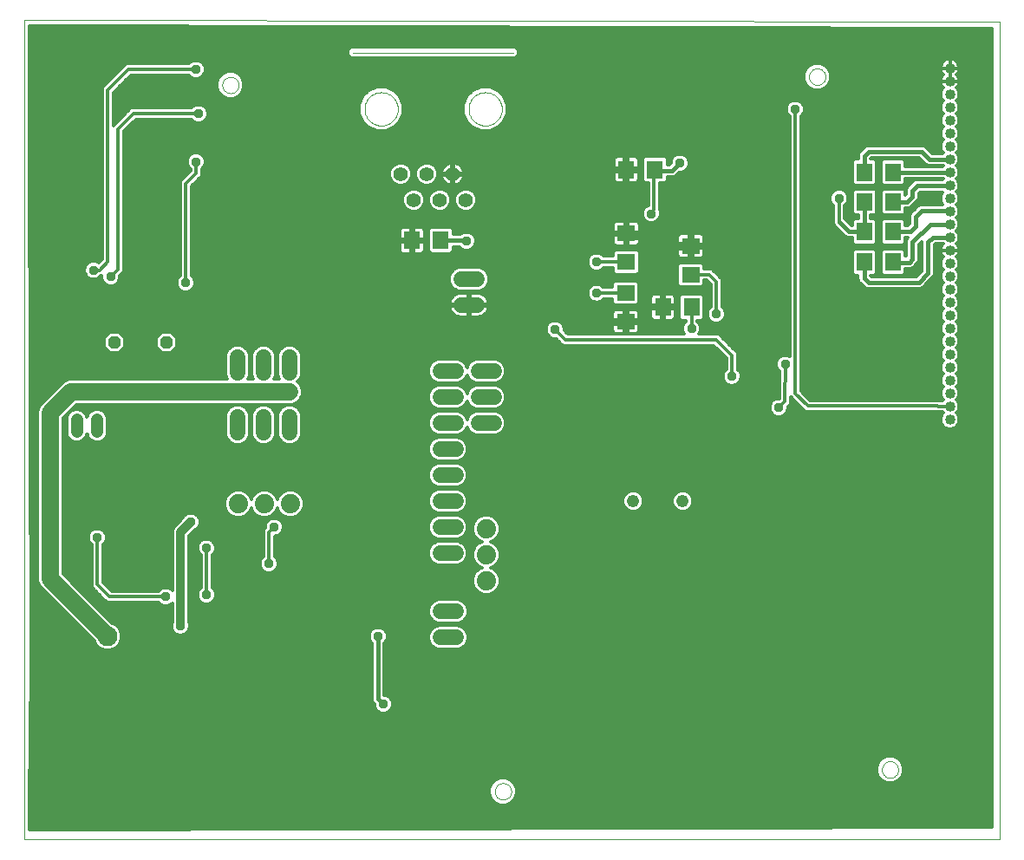
<source format=gbl>
G75*
%MOIN*%
%OFA0B0*%
%FSLAX24Y24*%
%IPPOS*%
%LPD*%
%AMOC8*
5,1,8,0,0,1.08239X$1,22.5*
%
%ADD10C,0.0000*%
%ADD11C,0.0600*%
%ADD12R,0.0630X0.0709*%
%ADD13R,0.0709X0.0630*%
%ADD14C,0.0004*%
%ADD15C,0.0551*%
%ADD16C,0.0480*%
%ADD17OC8,0.0480*%
%ADD18C,0.0400*%
%ADD19C,0.0472*%
%ADD20C,0.0740*%
%ADD21C,0.0160*%
%ADD22C,0.0376*%
%ADD23C,0.0120*%
%ADD24C,0.0240*%
%ADD25C,0.0591*%
%ADD26C,0.0560*%
%ADD27C,0.0320*%
%ADD28C,0.0660*%
%ADD29C,0.0768*%
D10*
X001260Y002090D02*
X038752Y002090D01*
X038752Y033530D01*
X001260Y033590D01*
X001260Y002090D01*
X019345Y003940D02*
X019347Y003975D01*
X019353Y004010D01*
X019363Y004044D01*
X019376Y004077D01*
X019393Y004108D01*
X019414Y004136D01*
X019437Y004163D01*
X019464Y004186D01*
X019492Y004207D01*
X019523Y004224D01*
X019556Y004237D01*
X019590Y004247D01*
X019625Y004253D01*
X019660Y004255D01*
X019695Y004253D01*
X019730Y004247D01*
X019764Y004237D01*
X019797Y004224D01*
X019828Y004207D01*
X019856Y004186D01*
X019883Y004163D01*
X019906Y004136D01*
X019927Y004108D01*
X019944Y004077D01*
X019957Y004044D01*
X019967Y004010D01*
X019973Y003975D01*
X019975Y003940D01*
X019973Y003905D01*
X019967Y003870D01*
X019957Y003836D01*
X019944Y003803D01*
X019927Y003772D01*
X019906Y003744D01*
X019883Y003717D01*
X019856Y003694D01*
X019828Y003673D01*
X019797Y003656D01*
X019764Y003643D01*
X019730Y003633D01*
X019695Y003627D01*
X019660Y003625D01*
X019625Y003627D01*
X019590Y003633D01*
X019556Y003643D01*
X019523Y003656D01*
X019492Y003673D01*
X019464Y003694D01*
X019437Y003717D01*
X019414Y003744D01*
X019393Y003772D01*
X019376Y003803D01*
X019363Y003836D01*
X019353Y003870D01*
X019347Y003905D01*
X019345Y003940D01*
X034225Y004780D02*
X034227Y004815D01*
X034233Y004850D01*
X034243Y004884D01*
X034256Y004917D01*
X034273Y004948D01*
X034294Y004976D01*
X034317Y005003D01*
X034344Y005026D01*
X034372Y005047D01*
X034403Y005064D01*
X034436Y005077D01*
X034470Y005087D01*
X034505Y005093D01*
X034540Y005095D01*
X034575Y005093D01*
X034610Y005087D01*
X034644Y005077D01*
X034677Y005064D01*
X034708Y005047D01*
X034736Y005026D01*
X034763Y005003D01*
X034786Y004976D01*
X034807Y004948D01*
X034824Y004917D01*
X034837Y004884D01*
X034847Y004850D01*
X034853Y004815D01*
X034855Y004780D01*
X034853Y004745D01*
X034847Y004710D01*
X034837Y004676D01*
X034824Y004643D01*
X034807Y004612D01*
X034786Y004584D01*
X034763Y004557D01*
X034736Y004534D01*
X034708Y004513D01*
X034677Y004496D01*
X034644Y004483D01*
X034610Y004473D01*
X034575Y004467D01*
X034540Y004465D01*
X034505Y004467D01*
X034470Y004473D01*
X034436Y004483D01*
X034403Y004496D01*
X034372Y004513D01*
X034344Y004534D01*
X034317Y004557D01*
X034294Y004584D01*
X034273Y004612D01*
X034256Y004643D01*
X034243Y004676D01*
X034233Y004710D01*
X034227Y004745D01*
X034225Y004780D01*
X018340Y030180D02*
X018342Y030230D01*
X018348Y030280D01*
X018358Y030329D01*
X018371Y030378D01*
X018389Y030425D01*
X018410Y030471D01*
X018434Y030514D01*
X018462Y030556D01*
X018493Y030596D01*
X018527Y030633D01*
X018564Y030667D01*
X018604Y030698D01*
X018646Y030726D01*
X018689Y030750D01*
X018735Y030771D01*
X018782Y030789D01*
X018831Y030802D01*
X018880Y030812D01*
X018930Y030818D01*
X018980Y030820D01*
X019030Y030818D01*
X019080Y030812D01*
X019129Y030802D01*
X019178Y030789D01*
X019225Y030771D01*
X019271Y030750D01*
X019314Y030726D01*
X019356Y030698D01*
X019396Y030667D01*
X019433Y030633D01*
X019467Y030596D01*
X019498Y030556D01*
X019526Y030514D01*
X019550Y030471D01*
X019571Y030425D01*
X019589Y030378D01*
X019602Y030329D01*
X019612Y030280D01*
X019618Y030230D01*
X019620Y030180D01*
X019618Y030130D01*
X019612Y030080D01*
X019602Y030031D01*
X019589Y029982D01*
X019571Y029935D01*
X019550Y029889D01*
X019526Y029846D01*
X019498Y029804D01*
X019467Y029764D01*
X019433Y029727D01*
X019396Y029693D01*
X019356Y029662D01*
X019314Y029634D01*
X019271Y029610D01*
X019225Y029589D01*
X019178Y029571D01*
X019129Y029558D01*
X019080Y029548D01*
X019030Y029542D01*
X018980Y029540D01*
X018930Y029542D01*
X018880Y029548D01*
X018831Y029558D01*
X018782Y029571D01*
X018735Y029589D01*
X018689Y029610D01*
X018646Y029634D01*
X018604Y029662D01*
X018564Y029693D01*
X018527Y029727D01*
X018493Y029764D01*
X018462Y029804D01*
X018434Y029846D01*
X018410Y029889D01*
X018389Y029935D01*
X018371Y029982D01*
X018358Y030031D01*
X018348Y030080D01*
X018342Y030130D01*
X018340Y030180D01*
X014340Y030180D02*
X014342Y030230D01*
X014348Y030280D01*
X014358Y030329D01*
X014371Y030378D01*
X014389Y030425D01*
X014410Y030471D01*
X014434Y030514D01*
X014462Y030556D01*
X014493Y030596D01*
X014527Y030633D01*
X014564Y030667D01*
X014604Y030698D01*
X014646Y030726D01*
X014689Y030750D01*
X014735Y030771D01*
X014782Y030789D01*
X014831Y030802D01*
X014880Y030812D01*
X014930Y030818D01*
X014980Y030820D01*
X015030Y030818D01*
X015080Y030812D01*
X015129Y030802D01*
X015178Y030789D01*
X015225Y030771D01*
X015271Y030750D01*
X015314Y030726D01*
X015356Y030698D01*
X015396Y030667D01*
X015433Y030633D01*
X015467Y030596D01*
X015498Y030556D01*
X015526Y030514D01*
X015550Y030471D01*
X015571Y030425D01*
X015589Y030378D01*
X015602Y030329D01*
X015612Y030280D01*
X015618Y030230D01*
X015620Y030180D01*
X015618Y030130D01*
X015612Y030080D01*
X015602Y030031D01*
X015589Y029982D01*
X015571Y029935D01*
X015550Y029889D01*
X015526Y029846D01*
X015498Y029804D01*
X015467Y029764D01*
X015433Y029727D01*
X015396Y029693D01*
X015356Y029662D01*
X015314Y029634D01*
X015271Y029610D01*
X015225Y029589D01*
X015178Y029571D01*
X015129Y029558D01*
X015080Y029548D01*
X015030Y029542D01*
X014980Y029540D01*
X014930Y029542D01*
X014880Y029548D01*
X014831Y029558D01*
X014782Y029571D01*
X014735Y029589D01*
X014689Y029610D01*
X014646Y029634D01*
X014604Y029662D01*
X014564Y029693D01*
X014527Y029727D01*
X014493Y029764D01*
X014462Y029804D01*
X014434Y029846D01*
X014410Y029889D01*
X014389Y029935D01*
X014371Y029982D01*
X014358Y030031D01*
X014348Y030080D01*
X014342Y030130D01*
X014340Y030180D01*
X008865Y031100D02*
X008867Y031135D01*
X008873Y031170D01*
X008883Y031204D01*
X008896Y031237D01*
X008913Y031268D01*
X008934Y031296D01*
X008957Y031323D01*
X008984Y031346D01*
X009012Y031367D01*
X009043Y031384D01*
X009076Y031397D01*
X009110Y031407D01*
X009145Y031413D01*
X009180Y031415D01*
X009215Y031413D01*
X009250Y031407D01*
X009284Y031397D01*
X009317Y031384D01*
X009348Y031367D01*
X009376Y031346D01*
X009403Y031323D01*
X009426Y031296D01*
X009447Y031268D01*
X009464Y031237D01*
X009477Y031204D01*
X009487Y031170D01*
X009493Y031135D01*
X009495Y031100D01*
X009493Y031065D01*
X009487Y031030D01*
X009477Y030996D01*
X009464Y030963D01*
X009447Y030932D01*
X009426Y030904D01*
X009403Y030877D01*
X009376Y030854D01*
X009348Y030833D01*
X009317Y030816D01*
X009284Y030803D01*
X009250Y030793D01*
X009215Y030787D01*
X009180Y030785D01*
X009145Y030787D01*
X009110Y030793D01*
X009076Y030803D01*
X009043Y030816D01*
X009012Y030833D01*
X008984Y030854D01*
X008957Y030877D01*
X008934Y030904D01*
X008913Y030932D01*
X008896Y030963D01*
X008883Y030996D01*
X008873Y031030D01*
X008867Y031065D01*
X008865Y031100D01*
X031425Y031420D02*
X031427Y031455D01*
X031433Y031490D01*
X031443Y031524D01*
X031456Y031557D01*
X031473Y031588D01*
X031494Y031616D01*
X031517Y031643D01*
X031544Y031666D01*
X031572Y031687D01*
X031603Y031704D01*
X031636Y031717D01*
X031670Y031727D01*
X031705Y031733D01*
X031740Y031735D01*
X031775Y031733D01*
X031810Y031727D01*
X031844Y031717D01*
X031877Y031704D01*
X031908Y031687D01*
X031936Y031666D01*
X031963Y031643D01*
X031986Y031616D01*
X032007Y031588D01*
X032024Y031557D01*
X032037Y031524D01*
X032047Y031490D01*
X032053Y031455D01*
X032055Y031420D01*
X032053Y031385D01*
X032047Y031350D01*
X032037Y031316D01*
X032024Y031283D01*
X032007Y031252D01*
X031986Y031224D01*
X031963Y031197D01*
X031936Y031174D01*
X031908Y031153D01*
X031877Y031136D01*
X031844Y031123D01*
X031810Y031113D01*
X031775Y031107D01*
X031740Y031105D01*
X031705Y031107D01*
X031670Y031113D01*
X031636Y031123D01*
X031603Y031136D01*
X031572Y031153D01*
X031544Y031174D01*
X031517Y031197D01*
X031494Y031224D01*
X031473Y031252D01*
X031456Y031283D01*
X031443Y031316D01*
X031433Y031350D01*
X031427Y031385D01*
X031425Y031420D01*
D11*
X018660Y023640D02*
X018060Y023640D01*
X018060Y022640D02*
X018660Y022640D01*
X018710Y020100D02*
X019310Y020100D01*
X019310Y019100D02*
X018710Y019100D01*
X017840Y019100D02*
X017240Y019100D01*
X017240Y018100D02*
X017840Y018100D01*
X017840Y017100D02*
X017240Y017100D01*
X017240Y016100D02*
X017840Y016100D01*
X017840Y015100D02*
X017240Y015100D01*
X017240Y014100D02*
X017840Y014100D01*
X017840Y013100D02*
X017240Y013100D01*
X017260Y010860D02*
X017860Y010860D01*
X017860Y009860D02*
X017260Y009860D01*
X011460Y017730D02*
X011460Y018330D01*
X010460Y018330D02*
X010460Y017730D01*
X009460Y017730D02*
X009460Y018330D01*
X009460Y020040D02*
X009460Y020640D01*
X010460Y020640D02*
X010460Y020040D01*
X011460Y020040D02*
X011460Y020640D01*
X017240Y020100D02*
X017840Y020100D01*
X018710Y018100D02*
X019310Y018100D01*
D12*
X025808Y022560D03*
X026911Y022560D03*
X025501Y027840D03*
X024398Y027840D03*
X017271Y025120D03*
X016168Y025120D03*
X033558Y025460D03*
X034661Y025460D03*
X034661Y026600D03*
X033558Y026600D03*
X033558Y027740D03*
X034661Y027740D03*
X034661Y024290D03*
X033558Y024290D03*
D13*
X026880Y023809D03*
X026880Y024911D03*
X024400Y025391D03*
X024400Y024289D03*
X024380Y023101D03*
X024380Y021999D03*
D14*
X020055Y032349D02*
X013905Y032349D01*
D15*
X015730Y027680D03*
X016730Y027680D03*
X017730Y027680D03*
X018230Y026680D03*
X017230Y026680D03*
X016230Y026680D03*
D16*
X024670Y015100D03*
X026570Y015100D03*
D17*
X006720Y021200D03*
X004720Y021200D03*
D18*
X036840Y021240D03*
X036840Y021740D03*
X036840Y022240D03*
X036840Y022740D03*
X036840Y023240D03*
X036840Y023740D03*
X036840Y024240D03*
X036840Y024740D03*
X036840Y025240D03*
X036840Y025740D03*
X036840Y026240D03*
X036840Y026740D03*
X036840Y027240D03*
X036840Y027740D03*
X036840Y028240D03*
X036840Y028740D03*
X036840Y029240D03*
X036840Y029740D03*
X036840Y030240D03*
X036840Y030740D03*
X036840Y031240D03*
X036840Y031740D03*
X036840Y020740D03*
X036840Y020240D03*
X036840Y019740D03*
X036840Y019240D03*
X036840Y018740D03*
X036840Y018240D03*
D19*
X004063Y018235D02*
X004063Y017762D01*
X003275Y017762D02*
X003275Y018235D01*
D20*
X009480Y015000D03*
X010480Y015000D03*
X011480Y015000D03*
X019020Y014040D03*
X019020Y013040D03*
X019020Y012040D03*
D21*
X014860Y009900D02*
X014860Y007500D01*
X015060Y007300D01*
X033540Y023680D02*
X033540Y024271D01*
X033558Y024290D01*
X033540Y023680D02*
X033720Y023500D01*
X035640Y023500D01*
X036000Y023860D01*
X036000Y025060D01*
X036180Y025240D01*
X036840Y025240D01*
X036840Y025740D02*
X036080Y025740D01*
X035400Y025060D01*
X035400Y024400D01*
X035280Y024280D01*
X034671Y024280D01*
X034661Y024290D01*
X034661Y025460D02*
X035320Y025460D01*
X035520Y025660D01*
X035520Y026020D01*
X035760Y026260D01*
X036820Y026260D01*
X036840Y026240D01*
X036820Y027220D02*
X035580Y027220D01*
X035400Y027040D01*
X035400Y026800D01*
X035200Y026600D01*
X034661Y026600D01*
X033558Y026600D02*
X033558Y025460D01*
X032960Y025460D01*
X032580Y025840D01*
X033558Y027740D02*
X033558Y028379D01*
X033720Y028540D01*
X035760Y028540D01*
X036060Y028240D01*
X036840Y028240D01*
X036840Y027740D02*
X034661Y027740D01*
X036820Y027220D02*
X036840Y027240D01*
X026460Y028100D02*
X026158Y027799D01*
X025460Y027799D01*
X018260Y025100D02*
X018240Y025120D01*
X017271Y025120D01*
D22*
X018260Y025100D03*
X021260Y022700D03*
X021660Y021700D03*
X023260Y021900D03*
X023260Y023100D03*
X023260Y024300D03*
X023380Y025390D03*
X024660Y026100D03*
X025360Y026150D03*
X027540Y025900D03*
X026460Y028100D03*
X023260Y030900D03*
X030900Y030160D03*
X032580Y026740D03*
X027860Y022300D03*
X026910Y021740D03*
X025800Y021730D03*
X028460Y019900D03*
X030260Y018700D03*
X030510Y020360D03*
X014860Y009900D03*
X015060Y007300D03*
X010660Y012700D03*
X010860Y014100D03*
X008260Y013300D03*
X007660Y014300D03*
X008260Y011500D03*
X006700Y011430D03*
X007260Y010300D03*
X004060Y013700D03*
X011460Y019300D03*
X007460Y023500D03*
X004580Y023720D03*
X003920Y023980D03*
X007860Y028150D03*
X007970Y030000D03*
X007860Y031700D03*
D23*
X005260Y031700D01*
X004460Y030900D01*
X004460Y024300D01*
X004140Y023980D01*
X003920Y023980D01*
X004058Y024300D02*
X004148Y024300D01*
X004120Y024272D02*
X004117Y024275D01*
X003989Y024328D01*
X003850Y024328D01*
X003722Y024275D01*
X003624Y024177D01*
X003571Y024049D01*
X003571Y023911D01*
X003624Y023783D01*
X003722Y023685D01*
X003850Y023632D01*
X003989Y023632D01*
X004117Y023685D01*
X004192Y023760D01*
X004231Y023760D01*
X004231Y023761D01*
X004231Y023651D01*
X004284Y023523D01*
X004382Y023425D01*
X004510Y023372D01*
X004649Y023372D01*
X004777Y023425D01*
X004875Y023523D01*
X004928Y023651D01*
X004928Y023757D01*
X005080Y023909D01*
X005080Y029319D01*
X005541Y029780D01*
X007697Y029780D01*
X007772Y029705D01*
X007900Y029652D01*
X008039Y029652D01*
X008167Y029705D01*
X008265Y029803D01*
X008318Y029931D01*
X008318Y030069D01*
X008265Y030197D01*
X008167Y030295D01*
X008039Y030348D01*
X007900Y030348D01*
X007772Y030295D01*
X007697Y030220D01*
X005358Y030220D01*
X005230Y030091D01*
X004680Y029541D01*
X004680Y030809D01*
X005351Y031480D01*
X007587Y031480D01*
X007662Y031405D01*
X007790Y031352D01*
X007929Y031352D01*
X008057Y031405D01*
X008155Y031503D01*
X008208Y031631D01*
X008208Y031769D01*
X008155Y031897D01*
X008057Y031995D01*
X007929Y032048D01*
X007790Y032048D01*
X007662Y031995D01*
X007587Y031920D01*
X005168Y031920D01*
X005040Y031791D01*
X004240Y030991D01*
X004240Y024391D01*
X004120Y024272D01*
X004240Y024418D02*
X001481Y024418D01*
X001482Y024300D02*
X003781Y024300D01*
X003628Y024181D02*
X001482Y024181D01*
X001482Y024063D02*
X003577Y024063D01*
X003571Y023944D02*
X001482Y023944D01*
X001483Y023826D02*
X003607Y023826D01*
X003700Y023707D02*
X001483Y023707D01*
X001483Y023589D02*
X004257Y023589D01*
X004231Y023707D02*
X004139Y023707D01*
X004337Y023470D02*
X001484Y023470D01*
X001484Y023352D02*
X007144Y023352D01*
X007164Y023303D02*
X007111Y023431D01*
X007111Y023569D01*
X007164Y023697D01*
X007240Y023772D01*
X007240Y027391D01*
X007640Y027791D01*
X007640Y027878D01*
X007564Y027953D01*
X007511Y028081D01*
X007511Y028219D01*
X007564Y028347D01*
X007662Y028445D01*
X007790Y028498D01*
X007929Y028498D01*
X008057Y028445D01*
X008155Y028347D01*
X008208Y028219D01*
X008208Y028081D01*
X008155Y027953D01*
X008080Y027878D01*
X008080Y027609D01*
X007951Y027480D01*
X007680Y027209D01*
X007680Y023772D01*
X007755Y023697D01*
X007808Y023569D01*
X007808Y023431D01*
X007755Y023303D01*
X007657Y023205D01*
X007529Y023152D01*
X007390Y023152D01*
X007262Y023205D01*
X007164Y023303D01*
X007234Y023233D02*
X001484Y023233D01*
X001484Y023115D02*
X022911Y023115D01*
X022911Y023169D02*
X022911Y023031D01*
X022964Y022903D01*
X023062Y022805D01*
X023190Y022752D01*
X023329Y022752D01*
X023457Y022805D01*
X023532Y022880D01*
X023865Y022880D01*
X023865Y022720D01*
X023959Y022626D01*
X024800Y022626D01*
X024894Y022720D01*
X024894Y023482D01*
X024800Y023576D01*
X023959Y023576D01*
X023865Y023482D01*
X023865Y023320D01*
X023532Y023320D01*
X023457Y023395D01*
X023329Y023448D01*
X023190Y023448D01*
X023062Y023395D01*
X022964Y023297D01*
X022911Y023169D01*
X022938Y023233D02*
X018879Y023233D01*
X018920Y023250D02*
X019049Y023379D01*
X019120Y023548D01*
X019120Y023731D01*
X019049Y023901D01*
X018920Y024030D01*
X018751Y024100D01*
X017968Y024100D01*
X017799Y024030D01*
X017670Y023901D01*
X017600Y023731D01*
X017600Y023548D01*
X017670Y023379D01*
X017799Y023250D01*
X017968Y023180D01*
X018751Y023180D01*
X018920Y023250D01*
X019022Y023352D02*
X023019Y023352D01*
X023260Y023100D02*
X024378Y023100D01*
X024380Y023101D01*
X023865Y022878D02*
X023529Y022878D01*
X023346Y022759D02*
X023865Y022759D01*
X023945Y022641D02*
X018400Y022641D01*
X018400Y022680D02*
X019119Y022680D01*
X019108Y022748D01*
X019086Y022817D01*
X019053Y022881D01*
X019010Y022940D01*
X018959Y022991D01*
X018901Y023033D01*
X018836Y023066D01*
X018767Y023089D01*
X018696Y023100D01*
X018400Y023100D01*
X018400Y022680D01*
X018400Y022600D01*
X019119Y022600D01*
X019108Y022532D01*
X019086Y022463D01*
X019053Y022399D01*
X019010Y022340D01*
X018959Y022289D01*
X018901Y022247D01*
X018836Y022214D01*
X018767Y022191D01*
X018696Y022180D01*
X018400Y022180D01*
X018400Y022600D01*
X018320Y022600D01*
X018320Y022180D01*
X018023Y022180D01*
X017952Y022191D01*
X017883Y022214D01*
X017818Y022247D01*
X017760Y022289D01*
X017709Y022340D01*
X017666Y022399D01*
X017633Y022463D01*
X017611Y022532D01*
X017600Y022600D01*
X018320Y022600D01*
X018320Y022680D01*
X018320Y023100D01*
X018023Y023100D01*
X017952Y023089D01*
X017883Y023066D01*
X017818Y023033D01*
X017760Y022991D01*
X017709Y022940D01*
X017666Y022881D01*
X017633Y022817D01*
X017611Y022748D01*
X017600Y022680D01*
X018320Y022680D01*
X018400Y022680D01*
X018400Y022759D02*
X018320Y022759D01*
X018320Y022641D02*
X001486Y022641D01*
X001485Y022759D02*
X017615Y022759D01*
X017664Y022878D02*
X001485Y022878D01*
X001485Y022996D02*
X017767Y022996D01*
X017840Y023233D02*
X007685Y023233D01*
X007775Y023352D02*
X017697Y023352D01*
X017632Y023470D02*
X007808Y023470D01*
X007800Y023589D02*
X017600Y023589D01*
X017600Y023707D02*
X007745Y023707D01*
X007680Y023826D02*
X017638Y023826D01*
X017713Y023944D02*
X007680Y023944D01*
X007680Y024063D02*
X017878Y024063D01*
X017652Y024606D02*
X017746Y024699D01*
X017746Y024880D01*
X017987Y024880D01*
X018062Y024805D01*
X018190Y024752D01*
X018329Y024752D01*
X018457Y024805D01*
X018555Y024903D01*
X018608Y025031D01*
X018608Y025169D01*
X018555Y025297D01*
X018457Y025395D01*
X018329Y025448D01*
X018190Y025448D01*
X018062Y025395D01*
X018027Y025360D01*
X017746Y025360D01*
X017746Y025541D01*
X017652Y025634D01*
X016889Y025634D01*
X016796Y025541D01*
X016796Y024699D01*
X016889Y024606D01*
X017652Y024606D01*
X017701Y024655D02*
X023885Y024655D01*
X023885Y024670D02*
X023885Y024520D01*
X023532Y024520D01*
X023457Y024595D01*
X023329Y024648D01*
X023190Y024648D01*
X023062Y024595D01*
X022964Y024497D01*
X022911Y024369D01*
X022911Y024231D01*
X022964Y024103D01*
X023062Y024005D01*
X023190Y023952D01*
X023329Y023952D01*
X023457Y024005D01*
X023532Y024080D01*
X023885Y024080D01*
X023885Y023908D01*
X023979Y023814D01*
X024820Y023814D01*
X024914Y023908D01*
X024914Y024670D01*
X024820Y024764D01*
X023979Y024764D01*
X023885Y024670D01*
X023885Y024537D02*
X023515Y024537D01*
X023260Y024300D02*
X024388Y024300D01*
X024400Y024289D01*
X023885Y024063D02*
X023514Y024063D01*
X023885Y023944D02*
X019006Y023944D01*
X019081Y023826D02*
X023967Y023826D01*
X023865Y023470D02*
X019087Y023470D01*
X019120Y023589D02*
X026365Y023589D01*
X026365Y023707D02*
X019120Y023707D01*
X018841Y024063D02*
X023005Y024063D01*
X022932Y024181D02*
X007680Y024181D01*
X007680Y024300D02*
X022911Y024300D01*
X022932Y024418D02*
X007680Y024418D01*
X007680Y024537D02*
X023004Y024537D01*
X023380Y025390D02*
X024398Y025390D01*
X024400Y025391D01*
X024460Y025366D02*
X026448Y025366D01*
X026463Y025375D02*
X026427Y025354D01*
X026397Y025324D01*
X026376Y025288D01*
X026365Y025247D01*
X026365Y024971D01*
X026820Y024971D01*
X026820Y025386D01*
X026504Y025386D01*
X026463Y025375D01*
X026365Y025248D02*
X024914Y025248D01*
X024914Y025331D02*
X024914Y025055D01*
X024903Y025014D01*
X024882Y024978D01*
X024852Y024948D01*
X024816Y024927D01*
X024775Y024916D01*
X024460Y024916D01*
X024460Y025331D01*
X024460Y025451D01*
X024914Y025451D01*
X024914Y025727D01*
X024903Y025768D01*
X024882Y025804D01*
X024852Y025834D01*
X024816Y025855D01*
X024775Y025866D01*
X024460Y025866D01*
X024460Y025451D01*
X024340Y025451D01*
X024340Y025866D01*
X024024Y025866D01*
X023983Y025855D01*
X023947Y025834D01*
X023917Y025804D01*
X023896Y025768D01*
X023885Y025727D01*
X023885Y025451D01*
X024340Y025451D01*
X024340Y025331D01*
X024460Y025331D01*
X024914Y025331D01*
X024914Y025485D02*
X030680Y025485D01*
X030680Y025603D02*
X024914Y025603D01*
X024914Y025722D02*
X030680Y025722D01*
X030680Y025840D02*
X025521Y025840D01*
X025557Y025855D02*
X025655Y025953D01*
X025708Y026081D01*
X025708Y026219D01*
X025680Y026287D01*
X025680Y027326D01*
X025882Y027326D01*
X025976Y027419D01*
X025976Y027559D01*
X026206Y027559D01*
X026294Y027595D01*
X026451Y027752D01*
X026529Y027752D01*
X026657Y027805D01*
X026755Y027903D01*
X026808Y028031D01*
X026808Y028169D01*
X026755Y028297D01*
X026657Y028395D01*
X026529Y028448D01*
X026390Y028448D01*
X026262Y028395D01*
X026164Y028297D01*
X026111Y028169D01*
X026111Y028091D01*
X026059Y028039D01*
X025976Y028039D01*
X025976Y028261D01*
X025882Y028354D01*
X025119Y028354D01*
X025026Y028261D01*
X025026Y027419D01*
X025119Y027326D01*
X025240Y027326D01*
X025240Y026477D01*
X025162Y026445D01*
X025064Y026347D01*
X025011Y026219D01*
X025011Y026081D01*
X025064Y025953D01*
X025162Y025855D01*
X025290Y025802D01*
X025429Y025802D01*
X025557Y025855D01*
X025657Y025959D02*
X030680Y025959D01*
X030680Y026077D02*
X025706Y026077D01*
X025708Y026196D02*
X030680Y026196D01*
X030680Y026314D02*
X025680Y026314D01*
X025680Y026433D02*
X030680Y026433D01*
X030680Y026551D02*
X025680Y026551D01*
X025680Y026670D02*
X030680Y026670D01*
X030680Y026788D02*
X025680Y026788D01*
X025680Y026907D02*
X030680Y026907D01*
X030680Y027025D02*
X025680Y027025D01*
X025680Y027144D02*
X030680Y027144D01*
X030680Y027262D02*
X025680Y027262D01*
X025937Y027381D02*
X030680Y027381D01*
X030680Y027499D02*
X025976Y027499D01*
X026316Y027618D02*
X030680Y027618D01*
X030680Y027736D02*
X026435Y027736D01*
X026706Y027855D02*
X030680Y027855D01*
X030680Y027973D02*
X026784Y027973D01*
X026808Y028092D02*
X030680Y028092D01*
X030680Y028210D02*
X026791Y028210D01*
X026723Y028329D02*
X030680Y028329D01*
X030680Y028447D02*
X026531Y028447D01*
X026388Y028447D02*
X008052Y028447D01*
X008162Y028329D02*
X023996Y028329D01*
X023985Y028322D02*
X023955Y028293D01*
X023934Y028256D01*
X023923Y028215D01*
X023923Y027900D01*
X024338Y027900D01*
X024338Y027780D01*
X023923Y027780D01*
X023923Y027465D01*
X023934Y027424D01*
X023955Y027387D01*
X023985Y027358D01*
X024022Y027337D01*
X024062Y027326D01*
X024338Y027326D01*
X024338Y027780D01*
X024458Y027780D01*
X024458Y027326D01*
X024734Y027326D01*
X024775Y027337D01*
X024812Y027358D01*
X024841Y027387D01*
X024862Y027424D01*
X024873Y027465D01*
X024873Y027780D01*
X024458Y027780D01*
X024458Y027900D01*
X024338Y027900D01*
X024338Y028354D01*
X024062Y028354D01*
X024022Y028343D01*
X023985Y028322D01*
X023923Y028210D02*
X008208Y028210D01*
X008208Y028092D02*
X015585Y028092D01*
X015643Y028116D02*
X015483Y028049D01*
X015360Y027927D01*
X015294Y027767D01*
X015294Y027593D01*
X015360Y027433D01*
X015483Y027311D01*
X015643Y027244D01*
X015816Y027244D01*
X015976Y027311D01*
X016099Y027433D01*
X016165Y027593D01*
X016165Y027767D01*
X016099Y027927D01*
X015976Y028049D01*
X015816Y028116D01*
X015643Y028116D01*
X015874Y028092D02*
X016585Y028092D01*
X016643Y028116D02*
X016483Y028049D01*
X016360Y027927D01*
X016294Y027767D01*
X016294Y027593D01*
X016360Y027433D01*
X016483Y027311D01*
X016643Y027244D01*
X016816Y027244D01*
X016976Y027311D01*
X017099Y027433D01*
X017165Y027593D01*
X017165Y027767D01*
X017099Y027927D01*
X016976Y028049D01*
X016816Y028116D01*
X016643Y028116D01*
X016874Y028092D02*
X017587Y028092D01*
X017562Y028084D02*
X017501Y028053D01*
X017446Y028012D01*
X017397Y027964D01*
X017357Y027908D01*
X017326Y027847D01*
X017305Y027782D01*
X017294Y027714D01*
X017294Y027709D01*
X017701Y027709D01*
X017701Y028116D01*
X017695Y028116D01*
X017628Y028105D01*
X017562Y028084D01*
X017701Y028092D02*
X017758Y028092D01*
X017764Y028116D02*
X017758Y028116D01*
X017758Y027709D01*
X017701Y027709D01*
X017701Y027651D01*
X017758Y027651D01*
X017758Y027244D01*
X017764Y027244D01*
X017832Y027255D01*
X017897Y027276D01*
X017958Y027307D01*
X018013Y027348D01*
X018062Y027396D01*
X018102Y027452D01*
X018133Y027513D01*
X018154Y027578D01*
X018165Y027646D01*
X018165Y027651D01*
X017758Y027651D01*
X017758Y027709D01*
X018165Y027709D01*
X018165Y027714D01*
X018154Y027782D01*
X018133Y027847D01*
X018102Y027908D01*
X018062Y027964D01*
X018013Y028012D01*
X017958Y028053D01*
X017897Y028084D01*
X017832Y028105D01*
X017764Y028116D01*
X017872Y028092D02*
X023923Y028092D01*
X023923Y027973D02*
X018052Y027973D01*
X018129Y027855D02*
X024338Y027855D01*
X024398Y027840D02*
X024460Y027779D01*
X024460Y026300D01*
X024660Y026100D01*
X024842Y025840D02*
X025198Y025840D01*
X025062Y025959D02*
X007680Y025959D01*
X007680Y026077D02*
X025013Y026077D01*
X025011Y026196D02*
X007680Y026196D01*
X007680Y026314D02*
X015979Y026314D01*
X015983Y026311D02*
X016143Y026244D01*
X016316Y026244D01*
X016476Y026311D01*
X016599Y026433D01*
X016665Y026593D01*
X016665Y026767D01*
X016599Y026927D01*
X016476Y027049D01*
X016316Y027116D01*
X016143Y027116D01*
X015983Y027049D01*
X015860Y026927D01*
X015794Y026767D01*
X015794Y026593D01*
X015860Y026433D01*
X015983Y026311D01*
X015861Y026433D02*
X007680Y026433D01*
X007680Y026551D02*
X015811Y026551D01*
X015794Y026670D02*
X007680Y026670D01*
X007680Y026788D02*
X015803Y026788D01*
X015852Y026907D02*
X007680Y026907D01*
X007680Y027025D02*
X015959Y027025D01*
X015859Y027262D02*
X016600Y027262D01*
X016413Y027381D02*
X016046Y027381D01*
X016126Y027499D02*
X016333Y027499D01*
X016294Y027618D02*
X016165Y027618D01*
X016165Y027736D02*
X016294Y027736D01*
X016330Y027855D02*
X016129Y027855D01*
X016052Y027973D02*
X016407Y027973D01*
X017052Y027973D02*
X017407Y027973D01*
X017330Y027855D02*
X017129Y027855D01*
X017165Y027736D02*
X017297Y027736D01*
X017294Y027651D02*
X017294Y027646D01*
X017305Y027578D01*
X017326Y027513D01*
X017357Y027452D01*
X017397Y027396D01*
X017446Y027348D01*
X017501Y027307D01*
X017562Y027276D01*
X017628Y027255D01*
X017695Y027244D01*
X017701Y027244D01*
X017701Y027651D01*
X017294Y027651D01*
X017298Y027618D02*
X017165Y027618D01*
X017126Y027499D02*
X017333Y027499D01*
X017413Y027381D02*
X017046Y027381D01*
X016859Y027262D02*
X017606Y027262D01*
X017701Y027262D02*
X017758Y027262D01*
X017853Y027262D02*
X025240Y027262D01*
X025240Y027144D02*
X007680Y027144D01*
X007733Y027262D02*
X015600Y027262D01*
X015413Y027381D02*
X007851Y027381D01*
X007970Y027499D02*
X015333Y027499D01*
X015294Y027618D02*
X008080Y027618D01*
X008080Y027736D02*
X015294Y027736D01*
X015330Y027855D02*
X008080Y027855D01*
X008163Y027973D02*
X015407Y027973D01*
X016500Y027025D02*
X016959Y027025D01*
X016983Y027049D02*
X016860Y026927D01*
X016794Y026767D01*
X016794Y026593D01*
X016860Y026433D01*
X016983Y026311D01*
X017143Y026244D01*
X017316Y026244D01*
X017476Y026311D01*
X017599Y026433D01*
X017665Y026593D01*
X017665Y026767D01*
X017599Y026927D01*
X017476Y027049D01*
X017316Y027116D01*
X017143Y027116D01*
X016983Y027049D01*
X016852Y026907D02*
X016607Y026907D01*
X016656Y026788D02*
X016803Y026788D01*
X016794Y026670D02*
X016665Y026670D01*
X016648Y026551D02*
X016811Y026551D01*
X016861Y026433D02*
X016598Y026433D01*
X016480Y026314D02*
X016979Y026314D01*
X017480Y026314D02*
X017979Y026314D01*
X017983Y026311D02*
X018143Y026244D01*
X018316Y026244D01*
X018476Y026311D01*
X018599Y026433D01*
X018665Y026593D01*
X018665Y026767D01*
X018599Y026927D01*
X018476Y027049D01*
X018316Y027116D01*
X018143Y027116D01*
X017983Y027049D01*
X017860Y026927D01*
X017794Y026767D01*
X017794Y026593D01*
X017860Y026433D01*
X017983Y026311D01*
X017861Y026433D02*
X017598Y026433D01*
X017648Y026551D02*
X017811Y026551D01*
X017794Y026670D02*
X017665Y026670D01*
X017656Y026788D02*
X017803Y026788D01*
X017852Y026907D02*
X017607Y026907D01*
X017500Y027025D02*
X017959Y027025D01*
X018046Y027381D02*
X023962Y027381D01*
X023923Y027499D02*
X018126Y027499D01*
X018161Y027618D02*
X023923Y027618D01*
X023923Y027736D02*
X018162Y027736D01*
X017758Y027736D02*
X017701Y027736D01*
X017701Y027618D02*
X017758Y027618D01*
X017758Y027499D02*
X017701Y027499D01*
X017701Y027381D02*
X017758Y027381D01*
X017758Y027855D02*
X017701Y027855D01*
X017701Y027973D02*
X017758Y027973D01*
X018500Y027025D02*
X025240Y027025D01*
X025240Y026907D02*
X018607Y026907D01*
X018656Y026788D02*
X025240Y026788D01*
X025240Y026670D02*
X018665Y026670D01*
X018648Y026551D02*
X025240Y026551D01*
X025150Y026433D02*
X018598Y026433D01*
X018480Y026314D02*
X025051Y026314D01*
X025360Y026200D02*
X025460Y026300D01*
X025460Y027799D01*
X025501Y027840D01*
X025026Y027855D02*
X024458Y027855D01*
X024458Y027900D02*
X024873Y027900D01*
X024873Y028215D01*
X024862Y028256D01*
X024841Y028293D01*
X024812Y028322D01*
X024775Y028343D01*
X024734Y028354D01*
X024458Y028354D01*
X024458Y027900D01*
X024458Y027973D02*
X024338Y027973D01*
X024338Y028092D02*
X024458Y028092D01*
X024458Y028210D02*
X024338Y028210D01*
X024338Y028329D02*
X024458Y028329D01*
X024801Y028329D02*
X025094Y028329D01*
X025026Y028210D02*
X024873Y028210D01*
X024873Y028092D02*
X025026Y028092D01*
X025026Y027973D02*
X024873Y027973D01*
X024873Y027736D02*
X025026Y027736D01*
X025026Y027618D02*
X024873Y027618D01*
X024873Y027499D02*
X025026Y027499D01*
X025065Y027381D02*
X024834Y027381D01*
X024458Y027381D02*
X024338Y027381D01*
X024338Y027499D02*
X024458Y027499D01*
X024458Y027618D02*
X024338Y027618D01*
X024338Y027736D02*
X024458Y027736D01*
X025976Y028092D02*
X026111Y028092D01*
X026128Y028210D02*
X025976Y028210D01*
X025908Y028329D02*
X026196Y028329D01*
X025360Y026200D02*
X025360Y026150D01*
X024460Y025840D02*
X024340Y025840D01*
X024340Y025722D02*
X024460Y025722D01*
X024460Y025603D02*
X024340Y025603D01*
X024340Y025485D02*
X024460Y025485D01*
X024340Y025366D02*
X018486Y025366D01*
X018575Y025248D02*
X023885Y025248D01*
X023885Y025331D02*
X023885Y025055D01*
X023896Y025014D01*
X023917Y024978D01*
X023947Y024948D01*
X023983Y024927D01*
X024024Y024916D01*
X024340Y024916D01*
X024340Y025331D01*
X023885Y025331D01*
X023885Y025485D02*
X017746Y025485D01*
X017746Y025366D02*
X018033Y025366D01*
X017683Y025603D02*
X023885Y025603D01*
X023885Y025722D02*
X007680Y025722D01*
X007680Y025840D02*
X023957Y025840D01*
X024340Y025248D02*
X024460Y025248D01*
X024460Y025129D02*
X024340Y025129D01*
X024340Y025011D02*
X024460Y025011D01*
X023898Y025011D02*
X018599Y025011D01*
X018608Y025129D02*
X023885Y025129D01*
X024901Y025011D02*
X026365Y025011D01*
X026365Y025129D02*
X024914Y025129D01*
X024914Y024655D02*
X026365Y024655D01*
X026365Y024575D02*
X026376Y024534D01*
X026397Y024498D01*
X026427Y024468D01*
X026463Y024447D01*
X026504Y024436D01*
X026820Y024436D01*
X026820Y024851D01*
X026940Y024851D01*
X026940Y024971D01*
X027394Y024971D01*
X027394Y025247D01*
X027383Y025288D01*
X027362Y025324D01*
X027332Y025354D01*
X027296Y025375D01*
X027255Y025386D01*
X026940Y025386D01*
X026940Y024971D01*
X026820Y024971D01*
X026820Y024851D01*
X026365Y024851D01*
X026365Y024575D01*
X026376Y024537D02*
X024914Y024537D01*
X024914Y024418D02*
X030680Y024418D01*
X030680Y024300D02*
X024914Y024300D01*
X024914Y024181D02*
X026365Y024181D01*
X026365Y024190D02*
X026365Y023428D01*
X026459Y023334D01*
X027300Y023334D01*
X027394Y023428D01*
X027394Y023590D01*
X027498Y023590D01*
X027640Y023449D01*
X027640Y022572D01*
X027564Y022497D01*
X027511Y022369D01*
X027511Y022231D01*
X027564Y022103D01*
X027662Y022005D01*
X027790Y021952D01*
X027929Y021952D01*
X028057Y022005D01*
X028155Y022103D01*
X028208Y022231D01*
X028208Y022369D01*
X028155Y022497D01*
X028080Y022572D01*
X028080Y023631D01*
X027810Y023901D01*
X027681Y024030D01*
X027394Y024030D01*
X027394Y024190D01*
X027300Y024284D01*
X026459Y024284D01*
X026365Y024190D01*
X026365Y024063D02*
X024914Y024063D01*
X024914Y023944D02*
X026365Y023944D01*
X026365Y023826D02*
X024832Y023826D01*
X024894Y023470D02*
X026365Y023470D01*
X026441Y023352D02*
X024894Y023352D01*
X024894Y023233D02*
X027640Y023233D01*
X027640Y023115D02*
X024894Y023115D01*
X024894Y022996D02*
X025356Y022996D01*
X025365Y023013D02*
X025344Y022976D01*
X025333Y022935D01*
X025333Y022620D01*
X025748Y022620D01*
X025748Y022500D01*
X025333Y022500D01*
X025333Y022185D01*
X025344Y022144D01*
X025365Y022107D01*
X025395Y022078D01*
X025432Y022057D01*
X025472Y022046D01*
X025748Y022046D01*
X025748Y022500D01*
X025868Y022500D01*
X025868Y022046D01*
X026144Y022046D01*
X026185Y022057D01*
X026222Y022078D01*
X026251Y022107D01*
X026272Y022144D01*
X026283Y022185D01*
X026283Y022500D01*
X025868Y022500D01*
X025868Y022620D01*
X025748Y022620D01*
X025748Y023074D01*
X025472Y023074D01*
X025432Y023063D01*
X025395Y023042D01*
X025365Y023013D01*
X025333Y022878D02*
X024894Y022878D01*
X024894Y022759D02*
X025333Y022759D01*
X025333Y022641D02*
X024814Y022641D01*
X024755Y022474D02*
X024440Y022474D01*
X024440Y022059D01*
X024894Y022059D01*
X024894Y022335D01*
X024883Y022376D01*
X024862Y022412D01*
X024832Y022442D01*
X024796Y022463D01*
X024755Y022474D01*
X024867Y022404D02*
X025333Y022404D01*
X025333Y022285D02*
X024894Y022285D01*
X024894Y022167D02*
X025338Y022167D01*
X025463Y022048D02*
X024440Y022048D01*
X024440Y022059D02*
X024440Y021939D01*
X024894Y021939D01*
X024894Y021663D01*
X024883Y021622D01*
X024862Y021586D01*
X024832Y021556D01*
X024796Y021535D01*
X024755Y021524D01*
X024440Y021524D01*
X024440Y021939D01*
X024320Y021939D01*
X024320Y021524D01*
X024004Y021524D01*
X023963Y021535D01*
X023927Y021556D01*
X023897Y021586D01*
X023876Y021622D01*
X023865Y021663D01*
X023865Y021939D01*
X024320Y021939D01*
X024320Y022059D01*
X024320Y022474D01*
X024004Y022474D01*
X023963Y022463D01*
X023927Y022442D01*
X023897Y022412D01*
X023876Y022376D01*
X023865Y022335D01*
X023865Y022059D01*
X024320Y022059D01*
X024440Y022059D01*
X024380Y021999D02*
X024281Y021900D01*
X023260Y021900D01*
X023865Y021930D02*
X021922Y021930D01*
X021955Y021897D02*
X021857Y021995D01*
X021729Y022048D01*
X024320Y022048D01*
X024320Y021930D02*
X024440Y021930D01*
X024440Y021811D02*
X024320Y021811D01*
X024320Y021693D02*
X024440Y021693D01*
X024440Y021574D02*
X024320Y021574D01*
X023909Y021574D02*
X022097Y021574D01*
X022151Y021520D02*
X022008Y021663D01*
X022008Y021769D01*
X021955Y021897D01*
X021990Y021811D02*
X023865Y021811D01*
X023865Y021693D02*
X022008Y021693D01*
X022151Y021520D02*
X026637Y021520D01*
X026614Y021543D01*
X026561Y021671D01*
X026561Y021809D01*
X026614Y021937D01*
X026691Y022013D01*
X026691Y022046D01*
X026529Y022046D01*
X026436Y022139D01*
X026436Y022981D01*
X026529Y023074D01*
X027292Y023074D01*
X027386Y022981D01*
X027386Y022139D01*
X027292Y022046D01*
X027131Y022046D01*
X027131Y022011D01*
X027205Y021937D01*
X027258Y021809D01*
X027258Y021671D01*
X027205Y021543D01*
X027182Y021520D01*
X027951Y021520D01*
X028080Y021391D01*
X028680Y020791D01*
X028680Y020172D01*
X028755Y020097D01*
X028808Y019969D01*
X028808Y019831D01*
X028755Y019703D01*
X028657Y019605D01*
X028529Y019552D01*
X028390Y019552D01*
X028262Y019605D01*
X028164Y019703D01*
X028111Y019831D01*
X028111Y019969D01*
X028164Y020097D01*
X028240Y020172D01*
X028240Y020609D01*
X027768Y021080D01*
X021968Y021080D01*
X021696Y021352D01*
X021590Y021352D01*
X021462Y021405D01*
X021364Y021503D01*
X021311Y021631D01*
X021311Y021769D01*
X021364Y021897D01*
X021462Y021995D01*
X021590Y022048D01*
X001487Y022048D01*
X001487Y021930D02*
X021397Y021930D01*
X021329Y021811D02*
X001488Y021811D01*
X001488Y021693D02*
X021311Y021693D01*
X021335Y021574D02*
X006911Y021574D01*
X006885Y021600D02*
X006554Y021600D01*
X006320Y021366D01*
X006320Y021034D01*
X006554Y020800D01*
X006885Y020800D01*
X007120Y021034D01*
X007120Y021366D01*
X006885Y021600D01*
X007030Y021456D02*
X021412Y021456D01*
X021711Y021337D02*
X007120Y021337D01*
X007120Y021219D02*
X021830Y021219D01*
X021948Y021100D02*
X007120Y021100D01*
X007067Y020982D02*
X009151Y020982D01*
X009199Y021030D02*
X009070Y020901D01*
X009000Y020731D01*
X009000Y019948D01*
X009065Y019790D01*
X002962Y019790D01*
X002782Y019715D01*
X001982Y018915D01*
X001844Y018778D01*
X001770Y018597D01*
X001770Y012003D01*
X001844Y011822D01*
X003945Y009722D01*
X003998Y009592D01*
X004151Y009439D01*
X004351Y009356D01*
X004568Y009356D01*
X004768Y009439D01*
X004921Y009592D01*
X005003Y009792D01*
X005003Y010008D01*
X004921Y010208D01*
X004768Y010361D01*
X004638Y010415D01*
X002750Y012303D01*
X002750Y018297D01*
X003262Y018810D01*
X011557Y018810D01*
X011737Y018885D01*
X011875Y019022D01*
X011950Y019203D01*
X011950Y019397D01*
X011875Y019578D01*
X011761Y019691D01*
X011849Y019779D01*
X011920Y019948D01*
X011920Y020731D01*
X011849Y020901D01*
X011720Y021030D01*
X011551Y021100D01*
X011368Y021100D01*
X011199Y021030D01*
X011070Y020901D01*
X011000Y020731D01*
X011000Y019948D01*
X011065Y019790D01*
X010854Y019790D01*
X010920Y019948D01*
X010920Y020731D01*
X010849Y020901D01*
X010720Y021030D01*
X010551Y021100D01*
X010368Y021100D01*
X010199Y021030D01*
X010070Y020901D01*
X010000Y020731D01*
X010000Y019948D01*
X010065Y019790D01*
X009854Y019790D01*
X009920Y019948D01*
X009920Y020731D01*
X009849Y020901D01*
X009720Y021030D01*
X009551Y021100D01*
X009368Y021100D01*
X009199Y021030D01*
X009054Y020863D02*
X006948Y020863D01*
X006491Y020863D02*
X004948Y020863D01*
X004885Y020800D02*
X005120Y021034D01*
X005120Y021366D01*
X004885Y021600D01*
X004554Y021600D01*
X004320Y021366D01*
X004320Y021034D01*
X004554Y020800D01*
X004885Y020800D01*
X005067Y020982D02*
X006372Y020982D01*
X006320Y021100D02*
X005120Y021100D01*
X005120Y021219D02*
X006320Y021219D01*
X006320Y021337D02*
X005120Y021337D01*
X005030Y021456D02*
X006409Y021456D01*
X006528Y021574D02*
X004911Y021574D01*
X004528Y021574D02*
X001488Y021574D01*
X001488Y021456D02*
X004409Y021456D01*
X004320Y021337D02*
X001489Y021337D01*
X001489Y021219D02*
X004320Y021219D01*
X004320Y021100D02*
X001489Y021100D01*
X001490Y020982D02*
X004372Y020982D01*
X004491Y020863D02*
X001490Y020863D01*
X001490Y020745D02*
X009005Y020745D01*
X009000Y020626D02*
X001490Y020626D01*
X001491Y020508D02*
X009000Y020508D01*
X009000Y020389D02*
X001491Y020389D01*
X001491Y020271D02*
X009000Y020271D01*
X009000Y020152D02*
X001492Y020152D01*
X001492Y020034D02*
X009000Y020034D01*
X009013Y019915D02*
X001492Y019915D01*
X001493Y019797D02*
X009062Y019797D01*
X009857Y019797D02*
X010062Y019797D01*
X010013Y019915D02*
X009906Y019915D01*
X009920Y020034D02*
X010000Y020034D01*
X010000Y020152D02*
X009920Y020152D01*
X009920Y020271D02*
X010000Y020271D01*
X010000Y020389D02*
X009920Y020389D01*
X009920Y020508D02*
X010000Y020508D01*
X010000Y020626D02*
X009920Y020626D01*
X009914Y020745D02*
X010005Y020745D01*
X010054Y020863D02*
X009865Y020863D01*
X009769Y020982D02*
X010151Y020982D01*
X010769Y020982D02*
X011151Y020982D01*
X011054Y020863D02*
X010865Y020863D01*
X010914Y020745D02*
X011005Y020745D01*
X011000Y020626D02*
X010920Y020626D01*
X010920Y020508D02*
X011000Y020508D01*
X011000Y020389D02*
X010920Y020389D01*
X010920Y020271D02*
X011000Y020271D01*
X011000Y020152D02*
X010920Y020152D01*
X010920Y020034D02*
X011000Y020034D01*
X011013Y019915D02*
X010906Y019915D01*
X010857Y019797D02*
X011062Y019797D01*
X011774Y019678D02*
X017056Y019678D01*
X016979Y019710D02*
X017148Y019640D01*
X017931Y019640D01*
X018100Y019710D01*
X018229Y019839D01*
X018275Y019948D01*
X018320Y019839D01*
X018449Y019710D01*
X018618Y019640D01*
X019401Y019640D01*
X019570Y019710D01*
X019699Y019839D01*
X019770Y020008D01*
X019770Y020191D01*
X019699Y020361D01*
X019570Y020490D01*
X019401Y020560D01*
X018618Y020560D01*
X018449Y020490D01*
X018320Y020361D01*
X018275Y020252D01*
X018229Y020361D01*
X018100Y020490D01*
X017931Y020560D01*
X017148Y020560D01*
X016979Y020490D01*
X016850Y020361D01*
X016780Y020191D01*
X016780Y020008D01*
X016850Y019839D01*
X016979Y019710D01*
X016892Y019797D02*
X011857Y019797D01*
X011906Y019915D02*
X016818Y019915D01*
X016780Y020034D02*
X011920Y020034D01*
X011920Y020152D02*
X016780Y020152D01*
X016812Y020271D02*
X011920Y020271D01*
X011920Y020389D02*
X016878Y020389D01*
X017021Y020508D02*
X011920Y020508D01*
X011920Y020626D02*
X028222Y020626D01*
X028240Y020508D02*
X019528Y020508D01*
X019671Y020389D02*
X028240Y020389D01*
X028240Y020271D02*
X019737Y020271D01*
X019770Y020152D02*
X028219Y020152D01*
X028138Y020034D02*
X019770Y020034D01*
X019731Y019915D02*
X028111Y019915D01*
X028126Y019797D02*
X019657Y019797D01*
X019493Y019678D02*
X028189Y019678D01*
X028372Y019560D02*
X019402Y019560D01*
X019401Y019560D02*
X018618Y019560D01*
X018449Y019490D01*
X018320Y019361D01*
X018275Y019252D01*
X018229Y019361D01*
X018100Y019490D01*
X017931Y019560D01*
X017148Y019560D01*
X016979Y019490D01*
X016850Y019361D01*
X016780Y019191D01*
X016780Y019008D01*
X016850Y018839D01*
X016979Y018710D01*
X017148Y018640D01*
X017931Y018640D01*
X018100Y018710D01*
X018229Y018839D01*
X018275Y018948D01*
X018320Y018839D01*
X018449Y018710D01*
X018618Y018640D01*
X019401Y018640D01*
X019570Y018710D01*
X019699Y018839D01*
X019770Y019008D01*
X019770Y019191D01*
X019699Y019361D01*
X019570Y019490D01*
X019401Y019560D01*
X019619Y019441D02*
X030283Y019441D01*
X030282Y019323D02*
X019715Y019323D01*
X019764Y019204D02*
X030281Y019204D01*
X030281Y019086D02*
X019770Y019086D01*
X019752Y018967D02*
X030034Y018967D01*
X030062Y018995D02*
X029964Y018897D01*
X029911Y018769D01*
X029911Y018631D01*
X029964Y018503D01*
X030062Y018405D01*
X030190Y018352D01*
X030329Y018352D01*
X030457Y018405D01*
X030555Y018503D01*
X030608Y018631D01*
X030608Y018737D01*
X030655Y018784D01*
X030719Y018847D01*
X030719Y018848D01*
X030720Y018849D01*
X030720Y018939D01*
X030721Y019108D01*
X031160Y018669D01*
X031288Y018540D01*
X036268Y018540D01*
X036288Y018520D01*
X036550Y018520D01*
X036580Y018490D01*
X036534Y018444D01*
X036480Y018312D01*
X036480Y018168D01*
X036534Y018036D01*
X036636Y017935D01*
X036768Y017880D01*
X036911Y017880D01*
X037043Y017935D01*
X037145Y018036D01*
X037200Y018168D01*
X037200Y018312D01*
X037145Y018444D01*
X037099Y018490D01*
X037145Y018536D01*
X037200Y018668D01*
X037200Y018812D01*
X037145Y018944D01*
X037099Y018990D01*
X037145Y019036D01*
X037200Y019168D01*
X037200Y019312D01*
X037145Y019444D01*
X037099Y019490D01*
X037145Y019536D01*
X037200Y019668D01*
X037200Y019812D01*
X037145Y019944D01*
X037099Y019990D01*
X037145Y020036D01*
X037200Y020168D01*
X037200Y020312D01*
X037145Y020444D01*
X037099Y020490D01*
X037145Y020536D01*
X037200Y020668D01*
X037200Y020812D01*
X037145Y020944D01*
X037099Y020990D01*
X037145Y021036D01*
X037200Y021168D01*
X037200Y021312D01*
X037145Y021444D01*
X037099Y021490D01*
X037145Y021536D01*
X037200Y021668D01*
X037200Y021812D01*
X037145Y021944D01*
X037099Y021990D01*
X037145Y022036D01*
X037200Y022168D01*
X037200Y022312D01*
X037145Y022444D01*
X037099Y022490D01*
X037145Y022536D01*
X037200Y022668D01*
X037200Y022812D01*
X037145Y022944D01*
X037099Y022990D01*
X037145Y023036D01*
X037200Y023168D01*
X037200Y023312D01*
X037145Y023444D01*
X037099Y023490D01*
X037145Y023536D01*
X037200Y023668D01*
X037200Y023812D01*
X037145Y023944D01*
X037099Y023990D01*
X037145Y024036D01*
X037200Y024168D01*
X037200Y024312D01*
X037145Y024444D01*
X037099Y024490D01*
X037119Y024511D01*
X037159Y024569D01*
X037186Y024635D01*
X037200Y024705D01*
X037200Y024740D01*
X037200Y024775D01*
X037186Y024845D01*
X037159Y024911D01*
X037119Y024969D01*
X037099Y024990D01*
X037145Y025036D01*
X037200Y025168D01*
X037200Y025312D01*
X037145Y025444D01*
X037099Y025490D01*
X037145Y025536D01*
X037200Y025668D01*
X037200Y025812D01*
X037145Y025944D01*
X037099Y025990D01*
X037145Y026036D01*
X037200Y026168D01*
X037200Y026312D01*
X037145Y026444D01*
X037099Y026490D01*
X037145Y026536D01*
X037200Y026668D01*
X037200Y026812D01*
X037145Y026944D01*
X037099Y026990D01*
X037145Y027036D01*
X037200Y027168D01*
X037200Y027312D01*
X037145Y027444D01*
X037099Y027490D01*
X037145Y027536D01*
X037200Y027668D01*
X037200Y027812D01*
X037145Y027944D01*
X037099Y027990D01*
X037145Y028036D01*
X037200Y028168D01*
X037200Y028312D01*
X037145Y028444D01*
X037099Y028490D01*
X037145Y028536D01*
X037200Y028668D01*
X037200Y028812D01*
X037145Y028944D01*
X037099Y028990D01*
X037145Y029036D01*
X037200Y029168D01*
X037200Y029312D01*
X037145Y029444D01*
X037099Y029490D01*
X037145Y029536D01*
X037200Y029668D01*
X037200Y029812D01*
X037145Y029944D01*
X037099Y029990D01*
X037145Y030036D01*
X037200Y030168D01*
X037200Y030312D01*
X037145Y030444D01*
X037099Y030490D01*
X037145Y030536D01*
X037200Y030668D01*
X037200Y030812D01*
X037145Y030944D01*
X037099Y030990D01*
X037119Y031011D01*
X037159Y031069D01*
X037186Y031135D01*
X037200Y031205D01*
X037200Y031240D01*
X037200Y031275D01*
X037186Y031345D01*
X037159Y031411D01*
X037119Y031469D01*
X037099Y031490D01*
X037119Y031511D01*
X037159Y031569D01*
X037186Y031635D01*
X037200Y031705D01*
X037200Y031740D01*
X037200Y031775D01*
X037186Y031845D01*
X037159Y031911D01*
X037119Y031969D01*
X037069Y032020D01*
X037010Y032059D01*
X036945Y032086D01*
X036875Y032100D01*
X036840Y032100D01*
X036840Y031740D01*
X037200Y031740D01*
X036840Y031740D01*
X036840Y031740D01*
X036840Y031740D01*
X036840Y031240D01*
X037200Y031240D01*
X036840Y031240D01*
X036840Y031240D01*
X036840Y031240D01*
X036840Y031600D01*
X036840Y031740D01*
X036840Y031740D01*
X036840Y032100D01*
X036804Y032100D01*
X036735Y032086D01*
X036669Y032059D01*
X036610Y032020D01*
X036560Y031969D01*
X036520Y031911D01*
X036493Y031845D01*
X036480Y031775D01*
X036480Y031740D01*
X036480Y031705D01*
X036493Y031635D01*
X036520Y031569D01*
X036560Y031511D01*
X036580Y031490D01*
X036560Y031469D01*
X036520Y031411D01*
X036493Y031345D01*
X036480Y031275D01*
X036480Y031240D01*
X036480Y031205D01*
X036493Y031135D01*
X036520Y031069D01*
X036560Y031011D01*
X036580Y030990D01*
X036534Y030944D01*
X036480Y030812D01*
X036480Y030668D01*
X036534Y030536D01*
X036580Y030490D01*
X036534Y030444D01*
X036480Y030312D01*
X036480Y030168D01*
X036534Y030036D01*
X036580Y029990D01*
X036534Y029944D01*
X036480Y029812D01*
X036480Y029668D01*
X036534Y029536D01*
X036580Y029490D01*
X036534Y029444D01*
X036480Y029312D01*
X036480Y029168D01*
X036534Y029036D01*
X036580Y028990D01*
X036534Y028944D01*
X036480Y028812D01*
X036480Y028668D01*
X036534Y028536D01*
X036580Y028490D01*
X036570Y028480D01*
X036159Y028480D01*
X035895Y028743D01*
X035807Y028780D01*
X033672Y028780D01*
X033584Y028743D01*
X033516Y028676D01*
X033355Y028515D01*
X033318Y028427D01*
X033318Y028254D01*
X033177Y028254D01*
X033083Y028161D01*
X033083Y027319D01*
X033177Y027226D01*
X033940Y027226D01*
X034033Y027319D01*
X034033Y028161D01*
X033940Y028254D01*
X033798Y028254D01*
X033798Y028279D01*
X033819Y028300D01*
X035660Y028300D01*
X035856Y028104D01*
X035924Y028037D01*
X036012Y028000D01*
X036570Y028000D01*
X036580Y027990D01*
X036570Y027980D01*
X035136Y027980D01*
X035136Y028161D01*
X035042Y028254D01*
X034279Y028254D01*
X034186Y028161D01*
X034186Y027319D01*
X034279Y027226D01*
X035042Y027226D01*
X035136Y027319D01*
X035136Y027500D01*
X036570Y027500D01*
X036580Y027490D01*
X036550Y027460D01*
X035532Y027460D01*
X035444Y027423D01*
X035376Y027356D01*
X035196Y027176D01*
X035160Y027088D01*
X035160Y026899D01*
X035136Y026876D01*
X035136Y027021D01*
X035042Y027114D01*
X034279Y027114D01*
X034186Y027021D01*
X034186Y026179D01*
X034279Y026086D01*
X035042Y026086D01*
X035136Y026179D01*
X035136Y026360D01*
X035247Y026360D01*
X035335Y026397D01*
X035535Y026597D01*
X035603Y026664D01*
X035640Y026752D01*
X035640Y026941D01*
X035679Y026980D01*
X036570Y026980D01*
X036534Y026944D01*
X036480Y026812D01*
X036480Y026668D01*
X036534Y026536D01*
X036570Y026500D01*
X035712Y026500D01*
X035624Y026463D01*
X035556Y026396D01*
X035556Y026396D01*
X035316Y026156D01*
X035280Y026068D01*
X035280Y025759D01*
X035220Y025700D01*
X035136Y025700D01*
X035136Y025881D01*
X035042Y025974D01*
X034279Y025974D01*
X034186Y025881D01*
X034186Y025039D01*
X034279Y024946D01*
X035042Y024946D01*
X035136Y025039D01*
X035136Y025220D01*
X035220Y025220D01*
X035196Y025196D01*
X035160Y025108D01*
X035160Y024520D01*
X035136Y024520D01*
X035136Y024711D01*
X035042Y024804D01*
X034279Y024804D01*
X034186Y024711D01*
X034186Y023869D01*
X034279Y023776D01*
X035042Y023776D01*
X035136Y023869D01*
X035136Y024040D01*
X035327Y024040D01*
X035415Y024077D01*
X035483Y024144D01*
X035603Y024264D01*
X035640Y024352D01*
X035640Y024961D01*
X035760Y025081D01*
X035760Y023959D01*
X035540Y023740D01*
X033819Y023740D01*
X033783Y023776D01*
X033940Y023776D01*
X034033Y023869D01*
X034033Y024711D01*
X033940Y024804D01*
X033177Y024804D01*
X033083Y024711D01*
X033083Y023869D01*
X033177Y023776D01*
X033300Y023776D01*
X033300Y023632D01*
X033336Y023544D01*
X033404Y023477D01*
X033584Y023297D01*
X033672Y023260D01*
X035687Y023260D01*
X035775Y023297D01*
X035843Y023364D01*
X035843Y023364D01*
X036135Y023657D01*
X036203Y023724D01*
X036240Y023812D01*
X036240Y024961D01*
X036279Y025000D01*
X036570Y025000D01*
X036580Y024990D01*
X036560Y024969D01*
X036520Y024911D01*
X036493Y024845D01*
X036480Y024775D01*
X036480Y024740D01*
X036480Y024705D01*
X036493Y024635D01*
X036520Y024569D01*
X036560Y024511D01*
X036580Y024490D01*
X036534Y024444D01*
X036480Y024312D01*
X036480Y024168D01*
X036534Y024036D01*
X036580Y023990D01*
X036534Y023944D01*
X036480Y023812D01*
X036480Y023668D01*
X036534Y023536D01*
X036580Y023490D01*
X036534Y023444D01*
X036480Y023312D01*
X036480Y023168D01*
X036534Y023036D01*
X036580Y022990D01*
X036534Y022944D01*
X036480Y022812D01*
X036480Y022668D01*
X036534Y022536D01*
X036580Y022490D01*
X036534Y022444D01*
X036480Y022312D01*
X036480Y022168D01*
X036534Y022036D01*
X036580Y021990D01*
X036534Y021944D01*
X036480Y021812D01*
X036480Y021668D01*
X036534Y021536D01*
X036580Y021490D01*
X036534Y021444D01*
X036480Y021312D01*
X036480Y021168D01*
X036534Y021036D01*
X036580Y020990D01*
X036534Y020944D01*
X036480Y020812D01*
X036480Y020668D01*
X036534Y020536D01*
X036580Y020490D01*
X036534Y020444D01*
X036480Y020312D01*
X036480Y020168D01*
X036534Y020036D01*
X036580Y019990D01*
X036534Y019944D01*
X036480Y019812D01*
X036480Y019668D01*
X036534Y019536D01*
X036580Y019490D01*
X036534Y019444D01*
X036480Y019312D01*
X036480Y019168D01*
X036534Y019036D01*
X036580Y018990D01*
X036550Y018960D01*
X036471Y018960D01*
X036451Y018980D01*
X031471Y018980D01*
X031120Y019331D01*
X031120Y029888D01*
X031195Y029963D01*
X031248Y030091D01*
X031248Y030229D01*
X031195Y030357D01*
X031097Y030455D01*
X030969Y030508D01*
X030830Y030508D01*
X030702Y030455D01*
X030604Y030357D01*
X030551Y030229D01*
X030551Y030091D01*
X030604Y029963D01*
X030680Y029888D01*
X030680Y020666D01*
X030579Y020708D01*
X030440Y020708D01*
X030312Y020655D01*
X030214Y020557D01*
X030161Y020429D01*
X030161Y020291D01*
X030214Y020163D01*
X030288Y020090D01*
X030280Y019048D01*
X030190Y019048D01*
X030062Y018995D01*
X029944Y018849D02*
X019703Y018849D01*
X019590Y018730D02*
X029911Y018730D01*
X029919Y018612D02*
X011829Y018612D01*
X011849Y018591D02*
X011720Y018720D01*
X011551Y018790D01*
X011368Y018790D01*
X011199Y018720D01*
X011070Y018591D01*
X011000Y018421D01*
X011000Y017638D01*
X011070Y017469D01*
X011199Y017340D01*
X011368Y017270D01*
X011551Y017270D01*
X011720Y017340D01*
X011849Y017469D01*
X011920Y017638D01*
X011920Y018421D01*
X011849Y018591D01*
X011890Y018493D02*
X016986Y018493D01*
X016979Y018490D02*
X016850Y018361D01*
X016780Y018191D01*
X016780Y018008D01*
X016850Y017839D01*
X016979Y017710D01*
X017148Y017640D01*
X017931Y017640D01*
X018100Y017710D01*
X018229Y017839D01*
X018275Y017948D01*
X018320Y017839D01*
X018449Y017710D01*
X018618Y017640D01*
X019401Y017640D01*
X019570Y017710D01*
X019699Y017839D01*
X019770Y018008D01*
X019770Y018191D01*
X019699Y018361D01*
X019570Y018490D01*
X019401Y018560D01*
X018618Y018560D01*
X018449Y018490D01*
X018320Y018361D01*
X018275Y018252D01*
X018229Y018361D01*
X018100Y018490D01*
X017931Y018560D01*
X017148Y018560D01*
X016979Y018490D01*
X016864Y018375D02*
X011920Y018375D01*
X011920Y018256D02*
X016806Y018256D01*
X016780Y018138D02*
X011920Y018138D01*
X011920Y018019D02*
X016780Y018019D01*
X016824Y017901D02*
X011920Y017901D01*
X011920Y017782D02*
X016907Y017782D01*
X017091Y017664D02*
X011920Y017664D01*
X011881Y017545D02*
X017112Y017545D01*
X017148Y017560D02*
X016979Y017490D01*
X016850Y017361D01*
X016780Y017191D01*
X016780Y017008D01*
X016850Y016839D01*
X016979Y016710D01*
X017148Y016640D01*
X017931Y016640D01*
X018100Y016710D01*
X018229Y016839D01*
X018300Y017008D01*
X018300Y017191D01*
X018229Y017361D01*
X018100Y017490D01*
X017931Y017560D01*
X017148Y017560D01*
X016916Y017427D02*
X011807Y017427D01*
X011643Y017308D02*
X016828Y017308D01*
X016780Y017190D02*
X002750Y017190D01*
X002750Y017308D02*
X009276Y017308D01*
X009199Y017340D02*
X009368Y017270D01*
X009551Y017270D01*
X009720Y017340D01*
X009849Y017469D01*
X009920Y017638D01*
X009920Y018421D01*
X009849Y018591D01*
X009720Y018720D01*
X009551Y018790D01*
X009368Y018790D01*
X009199Y018720D01*
X009070Y018591D01*
X009000Y018421D01*
X009000Y017638D01*
X009070Y017469D01*
X009199Y017340D01*
X009112Y017427D02*
X004287Y017427D01*
X004399Y017538D01*
X004459Y017684D01*
X004459Y018314D01*
X004399Y018459D01*
X004287Y018571D01*
X004142Y018631D01*
X003984Y018631D01*
X003838Y018571D01*
X003727Y018459D01*
X003669Y018320D01*
X003611Y018459D01*
X003500Y018571D01*
X003354Y018631D01*
X003197Y018631D01*
X003051Y018571D01*
X002939Y018459D01*
X002879Y018314D01*
X002879Y017684D01*
X002939Y017538D01*
X003051Y017427D01*
X003197Y017366D01*
X003354Y017366D01*
X003500Y017427D01*
X003611Y017538D01*
X003669Y017678D01*
X003727Y017538D01*
X003838Y017427D01*
X003984Y017366D01*
X004142Y017366D01*
X004287Y017427D01*
X004402Y017545D02*
X009038Y017545D01*
X009000Y017664D02*
X004451Y017664D01*
X004459Y017782D02*
X009000Y017782D01*
X009000Y017901D02*
X004459Y017901D01*
X004459Y018019D02*
X009000Y018019D01*
X009000Y018138D02*
X004459Y018138D01*
X004459Y018256D02*
X009000Y018256D01*
X009000Y018375D02*
X004434Y018375D01*
X004365Y018493D02*
X009029Y018493D01*
X009091Y018612D02*
X004189Y018612D01*
X003937Y018612D02*
X003401Y018612D01*
X003578Y018493D02*
X003761Y018493D01*
X003692Y018375D02*
X003646Y018375D01*
X003149Y018612D02*
X003064Y018612D01*
X002973Y018493D02*
X002946Y018493D01*
X002904Y018375D02*
X002827Y018375D01*
X002879Y018256D02*
X002750Y018256D01*
X002750Y018138D02*
X002879Y018138D01*
X002879Y018019D02*
X002750Y018019D01*
X002750Y017901D02*
X002879Y017901D01*
X002879Y017782D02*
X002750Y017782D01*
X002750Y017664D02*
X002887Y017664D01*
X002937Y017545D02*
X002750Y017545D01*
X002750Y017427D02*
X003051Y017427D01*
X002750Y017071D02*
X016780Y017071D01*
X016803Y016953D02*
X002750Y016953D01*
X002750Y016834D02*
X016855Y016834D01*
X016973Y016716D02*
X002750Y016716D01*
X002750Y016597D02*
X038440Y016597D01*
X038440Y016479D02*
X018112Y016479D01*
X018100Y016490D02*
X017931Y016560D01*
X017148Y016560D01*
X016979Y016490D01*
X016850Y016361D01*
X016780Y016191D01*
X016780Y016008D01*
X016850Y015839D01*
X016979Y015710D01*
X017148Y015640D01*
X017931Y015640D01*
X018100Y015710D01*
X018229Y015839D01*
X018300Y016008D01*
X018300Y016191D01*
X018229Y016361D01*
X018100Y016490D01*
X018230Y016360D02*
X038440Y016360D01*
X038440Y016242D02*
X018279Y016242D01*
X018300Y016123D02*
X038440Y016123D01*
X038440Y016005D02*
X018298Y016005D01*
X018249Y015886D02*
X038440Y015886D01*
X038440Y015768D02*
X018158Y015768D01*
X017953Y015649D02*
X038440Y015649D01*
X038440Y015531D02*
X018002Y015531D01*
X017931Y015560D02*
X017148Y015560D01*
X016979Y015490D01*
X016850Y015361D01*
X016780Y015191D01*
X016780Y015008D01*
X016850Y014839D01*
X016979Y014710D01*
X017148Y014640D01*
X017931Y014640D01*
X018100Y014710D01*
X018229Y014839D01*
X018300Y015008D01*
X018300Y015191D01*
X018229Y015361D01*
X018100Y015490D01*
X017931Y015560D01*
X018178Y015412D02*
X024416Y015412D01*
X024443Y015439D02*
X024330Y015327D01*
X024270Y015180D01*
X024270Y015020D01*
X024330Y014873D01*
X024443Y014761D01*
X024590Y014700D01*
X024749Y014700D01*
X024896Y014761D01*
X025009Y014873D01*
X025070Y015020D01*
X025070Y015180D01*
X025009Y015327D01*
X024896Y015439D01*
X024749Y015500D01*
X024590Y015500D01*
X024443Y015439D01*
X024317Y015294D02*
X018257Y015294D01*
X018300Y015175D02*
X024270Y015175D01*
X024270Y015057D02*
X018300Y015057D01*
X018270Y014938D02*
X024304Y014938D01*
X024384Y014820D02*
X018210Y014820D01*
X018078Y014701D02*
X024587Y014701D01*
X024752Y014701D02*
X026487Y014701D01*
X026490Y014700D02*
X026649Y014700D01*
X026796Y014761D01*
X026909Y014873D01*
X026970Y015020D01*
X026970Y015180D01*
X026909Y015327D01*
X026796Y015439D01*
X026649Y015500D01*
X026490Y015500D01*
X026343Y015439D01*
X026230Y015327D01*
X026170Y015180D01*
X026170Y015020D01*
X026230Y014873D01*
X026343Y014761D01*
X026490Y014700D01*
X026652Y014701D02*
X038440Y014701D01*
X038440Y014583D02*
X011812Y014583D01*
X011780Y014551D02*
X011929Y014700D01*
X012010Y014895D01*
X012010Y015105D01*
X011929Y015300D01*
X011780Y015449D01*
X011585Y015530D01*
X011374Y015530D01*
X011179Y015449D01*
X011030Y015300D01*
X010980Y015178D01*
X010929Y015300D01*
X010780Y015449D01*
X010585Y015530D01*
X010374Y015530D01*
X010179Y015449D01*
X010030Y015300D01*
X009980Y015178D01*
X009929Y015300D01*
X009780Y015449D01*
X009585Y015530D01*
X009374Y015530D01*
X009179Y015449D01*
X009030Y015300D01*
X008950Y015105D01*
X008950Y014895D01*
X009030Y014700D01*
X009179Y014551D01*
X009374Y014470D01*
X009585Y014470D01*
X009780Y014551D01*
X009929Y014700D01*
X009980Y014822D01*
X010030Y014700D01*
X010179Y014551D01*
X010374Y014470D01*
X010585Y014470D01*
X010780Y014551D01*
X010929Y014700D01*
X010980Y014822D01*
X011030Y014700D01*
X011179Y014551D01*
X011374Y014470D01*
X011585Y014470D01*
X011780Y014551D01*
X011929Y014701D02*
X017001Y014701D01*
X016869Y014820D02*
X011978Y014820D01*
X012010Y014938D02*
X016809Y014938D01*
X016780Y015057D02*
X012010Y015057D01*
X011981Y015175D02*
X016780Y015175D01*
X016822Y015294D02*
X011932Y015294D01*
X011817Y015412D02*
X016901Y015412D01*
X017077Y015531D02*
X002750Y015531D01*
X002750Y015649D02*
X017126Y015649D01*
X016921Y015768D02*
X002750Y015768D01*
X002750Y015886D02*
X016830Y015886D01*
X016781Y016005D02*
X002750Y016005D01*
X002750Y016123D02*
X016780Y016123D01*
X016800Y016242D02*
X002750Y016242D01*
X002750Y016360D02*
X016849Y016360D01*
X016968Y016479D02*
X002750Y016479D01*
X001770Y016479D02*
X001501Y016479D01*
X001500Y016597D02*
X001770Y016597D01*
X001770Y016716D02*
X001500Y016716D01*
X001500Y016834D02*
X001770Y016834D01*
X001770Y016953D02*
X001499Y016953D01*
X001499Y017071D02*
X001770Y017071D01*
X001770Y017190D02*
X001499Y017190D01*
X001499Y017308D02*
X001770Y017308D01*
X001770Y017427D02*
X001498Y017427D01*
X001498Y017545D02*
X001770Y017545D01*
X001770Y017664D02*
X001498Y017664D01*
X001497Y017782D02*
X001770Y017782D01*
X001770Y017901D02*
X001497Y017901D01*
X001497Y018019D02*
X001770Y018019D01*
X001770Y018138D02*
X001497Y018138D01*
X001496Y018256D02*
X001770Y018256D01*
X001770Y018375D02*
X001496Y018375D01*
X001496Y018493D02*
X001770Y018493D01*
X001775Y018612D02*
X001495Y018612D01*
X001495Y018730D02*
X001824Y018730D01*
X001915Y018849D02*
X001495Y018849D01*
X001495Y018967D02*
X002034Y018967D01*
X002152Y019086D02*
X001494Y019086D01*
X001494Y019204D02*
X002271Y019204D01*
X002389Y019323D02*
X001494Y019323D01*
X001493Y019441D02*
X002508Y019441D01*
X002626Y019560D02*
X001493Y019560D01*
X001493Y019678D02*
X002745Y019678D01*
X003183Y018730D02*
X009223Y018730D01*
X009696Y018730D02*
X010223Y018730D01*
X010199Y018720D02*
X010070Y018591D01*
X010000Y018421D01*
X010000Y017638D01*
X010070Y017469D01*
X010199Y017340D01*
X010368Y017270D01*
X010551Y017270D01*
X010720Y017340D01*
X010849Y017469D01*
X010920Y017638D01*
X010920Y018421D01*
X010849Y018591D01*
X010720Y018720D01*
X010551Y018790D01*
X010368Y018790D01*
X010199Y018720D01*
X010091Y018612D02*
X009829Y018612D01*
X009890Y018493D02*
X010029Y018493D01*
X010000Y018375D02*
X009920Y018375D01*
X009920Y018256D02*
X010000Y018256D01*
X010000Y018138D02*
X009920Y018138D01*
X009920Y018019D02*
X010000Y018019D01*
X010000Y017901D02*
X009920Y017901D01*
X009920Y017782D02*
X010000Y017782D01*
X010000Y017664D02*
X009920Y017664D01*
X009881Y017545D02*
X010038Y017545D01*
X010112Y017427D02*
X009807Y017427D01*
X009643Y017308D02*
X010276Y017308D01*
X010643Y017308D02*
X011276Y017308D01*
X011112Y017427D02*
X010807Y017427D01*
X010881Y017545D02*
X011038Y017545D01*
X011000Y017664D02*
X010920Y017664D01*
X010920Y017782D02*
X011000Y017782D01*
X011000Y017901D02*
X010920Y017901D01*
X010920Y018019D02*
X011000Y018019D01*
X011000Y018138D02*
X010920Y018138D01*
X010920Y018256D02*
X011000Y018256D01*
X011000Y018375D02*
X010920Y018375D01*
X010890Y018493D02*
X011029Y018493D01*
X011091Y018612D02*
X010829Y018612D01*
X010696Y018730D02*
X011223Y018730D01*
X011650Y018849D02*
X016846Y018849D01*
X016797Y018967D02*
X011820Y018967D01*
X011901Y019086D02*
X016780Y019086D01*
X016785Y019204D02*
X011950Y019204D01*
X011950Y019323D02*
X016834Y019323D01*
X016930Y019441D02*
X011931Y019441D01*
X011882Y019560D02*
X017147Y019560D01*
X017932Y019560D02*
X018617Y019560D01*
X018526Y019678D02*
X018023Y019678D01*
X018187Y019797D02*
X018362Y019797D01*
X018288Y019915D02*
X018261Y019915D01*
X018267Y020271D02*
X018282Y020271D01*
X018348Y020389D02*
X018201Y020389D01*
X018058Y020508D02*
X018491Y020508D01*
X018400Y019441D02*
X018149Y019441D01*
X018245Y019323D02*
X018304Y019323D01*
X018316Y018849D02*
X018233Y018849D01*
X018120Y018730D02*
X018429Y018730D01*
X018456Y018493D02*
X018093Y018493D01*
X018216Y018375D02*
X018334Y018375D01*
X018276Y018256D02*
X018273Y018256D01*
X018255Y017901D02*
X018294Y017901D01*
X018377Y017782D02*
X018172Y017782D01*
X017988Y017664D02*
X018561Y017664D01*
X018164Y017427D02*
X038440Y017427D01*
X038440Y017545D02*
X017967Y017545D01*
X018251Y017308D02*
X038440Y017308D01*
X038440Y017190D02*
X018300Y017190D01*
X018300Y017071D02*
X038440Y017071D01*
X038440Y016953D02*
X018276Y016953D01*
X018224Y016834D02*
X038440Y016834D01*
X038440Y016716D02*
X018106Y016716D01*
X019458Y017664D02*
X038440Y017664D01*
X038440Y017782D02*
X019642Y017782D01*
X019725Y017901D02*
X036718Y017901D01*
X036551Y018019D02*
X019770Y018019D01*
X019770Y018138D02*
X036492Y018138D01*
X036480Y018256D02*
X019743Y018256D01*
X019686Y018375D02*
X030136Y018375D01*
X029974Y018493D02*
X019563Y018493D01*
X016959Y018730D02*
X011696Y018730D01*
X011914Y020745D02*
X028104Y020745D01*
X027985Y020863D02*
X011865Y020863D01*
X011769Y020982D02*
X027867Y020982D01*
X027860Y021300D02*
X022060Y021300D01*
X021660Y021700D01*
X021729Y022048D02*
X021590Y022048D01*
X021260Y022700D02*
X020860Y022700D01*
X019105Y022759D02*
X023173Y022759D01*
X022990Y022878D02*
X019055Y022878D01*
X018952Y022996D02*
X022926Y022996D01*
X023500Y023352D02*
X023865Y023352D01*
X023892Y022404D02*
X019055Y022404D01*
X019105Y022522D02*
X025748Y022522D01*
X025808Y022560D02*
X025808Y021739D01*
X025800Y021730D01*
X025748Y022048D02*
X025868Y022048D01*
X025868Y022167D02*
X025748Y022167D01*
X025748Y022285D02*
X025868Y022285D01*
X025868Y022404D02*
X025748Y022404D01*
X025868Y022522D02*
X026436Y022522D01*
X026436Y022404D02*
X026283Y022404D01*
X026283Y022285D02*
X026436Y022285D01*
X026436Y022167D02*
X026278Y022167D01*
X026153Y022048D02*
X026527Y022048D01*
X026611Y021930D02*
X024894Y021930D01*
X024894Y021811D02*
X026562Y021811D01*
X026561Y021693D02*
X024894Y021693D01*
X024850Y021574D02*
X026601Y021574D01*
X026910Y021740D02*
X026911Y021741D01*
X026911Y022560D01*
X027386Y022522D02*
X027589Y022522D01*
X027640Y022641D02*
X027386Y022641D01*
X027386Y022759D02*
X027640Y022759D01*
X027640Y022878D02*
X027386Y022878D01*
X027370Y022996D02*
X027640Y022996D01*
X027640Y023352D02*
X027318Y023352D01*
X027394Y023470D02*
X027618Y023470D01*
X027500Y023589D02*
X027394Y023589D01*
X027590Y023810D02*
X026881Y023810D01*
X026880Y023809D01*
X027394Y024063D02*
X030680Y024063D01*
X030680Y024181D02*
X027394Y024181D01*
X027296Y024447D02*
X027332Y024468D01*
X027362Y024498D01*
X027383Y024534D01*
X027394Y024575D01*
X027394Y024851D01*
X026940Y024851D01*
X026940Y024436D01*
X027255Y024436D01*
X027296Y024447D01*
X027383Y024537D02*
X030680Y024537D01*
X030680Y024655D02*
X027394Y024655D01*
X027394Y024774D02*
X030680Y024774D01*
X030680Y024892D02*
X026940Y024892D01*
X026880Y024911D02*
X026880Y025660D01*
X027120Y025900D01*
X027540Y025900D01*
X027312Y025366D02*
X030680Y025366D01*
X030680Y025248D02*
X027394Y025248D01*
X027394Y025129D02*
X030680Y025129D01*
X030680Y025011D02*
X027394Y025011D01*
X026940Y025011D02*
X026820Y025011D01*
X026820Y025129D02*
X026940Y025129D01*
X026940Y025248D02*
X026820Y025248D01*
X026820Y025366D02*
X026940Y025366D01*
X026820Y024892D02*
X018544Y024892D01*
X018381Y024774D02*
X026365Y024774D01*
X026820Y024774D02*
X026940Y024774D01*
X026940Y024655D02*
X026820Y024655D01*
X026820Y024537D02*
X026940Y024537D01*
X027590Y023810D02*
X027860Y023540D01*
X027860Y022300D01*
X028181Y022167D02*
X030680Y022167D01*
X030680Y022285D02*
X028208Y022285D01*
X028193Y022404D02*
X030680Y022404D01*
X030680Y022522D02*
X028130Y022522D01*
X028080Y022641D02*
X030680Y022641D01*
X030680Y022759D02*
X028080Y022759D01*
X028080Y022878D02*
X030680Y022878D01*
X030680Y022996D02*
X028080Y022996D01*
X028080Y023115D02*
X030680Y023115D01*
X030680Y023233D02*
X028080Y023233D01*
X028080Y023352D02*
X030680Y023352D01*
X030680Y023470D02*
X028080Y023470D01*
X028080Y023589D02*
X030680Y023589D01*
X030680Y023707D02*
X028004Y023707D01*
X027885Y023826D02*
X030680Y023826D01*
X030680Y023944D02*
X027767Y023944D01*
X026451Y022996D02*
X026261Y022996D01*
X026251Y023013D02*
X026222Y023042D01*
X026185Y023063D01*
X026144Y023074D01*
X025868Y023074D01*
X025868Y022620D01*
X026283Y022620D01*
X026283Y022935D01*
X026272Y022976D01*
X026251Y023013D01*
X026283Y022878D02*
X026436Y022878D01*
X026436Y022759D02*
X026283Y022759D01*
X026283Y022641D02*
X026436Y022641D01*
X025868Y022641D02*
X025748Y022641D01*
X025748Y022759D02*
X025868Y022759D01*
X025868Y022878D02*
X025748Y022878D01*
X025748Y022996D02*
X025868Y022996D01*
X024440Y022404D02*
X024320Y022404D01*
X024320Y022285D02*
X024440Y022285D01*
X024440Y022167D02*
X024320Y022167D01*
X023865Y022167D02*
X001487Y022167D01*
X001486Y022285D02*
X017765Y022285D01*
X017664Y022404D02*
X001486Y022404D01*
X001486Y022522D02*
X017614Y022522D01*
X018320Y022522D02*
X018400Y022522D01*
X018400Y022404D02*
X018320Y022404D01*
X018320Y022285D02*
X018400Y022285D01*
X018954Y022285D02*
X023865Y022285D01*
X027208Y021930D02*
X030680Y021930D01*
X030680Y022048D02*
X028100Y022048D01*
X027619Y022048D02*
X027294Y022048D01*
X027386Y022167D02*
X027538Y022167D01*
X027511Y022285D02*
X027386Y022285D01*
X027386Y022404D02*
X027526Y022404D01*
X027257Y021811D02*
X030680Y021811D01*
X030680Y021693D02*
X027258Y021693D01*
X027218Y021574D02*
X030680Y021574D01*
X030680Y021456D02*
X028015Y021456D01*
X028134Y021337D02*
X030680Y021337D01*
X030680Y021219D02*
X028252Y021219D01*
X028371Y021100D02*
X030680Y021100D01*
X030680Y020982D02*
X028489Y020982D01*
X028608Y020863D02*
X030680Y020863D01*
X030680Y020745D02*
X028680Y020745D01*
X028680Y020626D02*
X030283Y020626D01*
X030194Y020508D02*
X028680Y020508D01*
X028680Y020389D02*
X030161Y020389D01*
X030170Y020271D02*
X028680Y020271D01*
X028700Y020152D02*
X030225Y020152D01*
X030287Y020034D02*
X028781Y020034D01*
X028808Y019915D02*
X030286Y019915D01*
X030286Y019797D02*
X028793Y019797D01*
X028730Y019678D02*
X030285Y019678D01*
X030284Y019560D02*
X028547Y019560D01*
X028460Y019900D02*
X028460Y020700D01*
X027860Y021300D01*
X030510Y020360D02*
X030500Y018940D01*
X030260Y018700D01*
X030383Y018375D02*
X036506Y018375D01*
X036577Y018493D02*
X030545Y018493D01*
X030600Y018612D02*
X031217Y018612D01*
X031098Y018730D02*
X030608Y018730D01*
X030719Y018849D02*
X030980Y018849D01*
X030861Y018967D02*
X030720Y018967D01*
X030721Y019086D02*
X030743Y019086D01*
X030900Y019240D02*
X031380Y018760D01*
X036360Y018760D01*
X036380Y018740D01*
X036840Y018740D01*
X037200Y018730D02*
X038440Y018730D01*
X038440Y018612D02*
X037176Y018612D01*
X037102Y018493D02*
X038440Y018493D01*
X038440Y018375D02*
X037173Y018375D01*
X037200Y018256D02*
X038440Y018256D01*
X038440Y018138D02*
X037187Y018138D01*
X037128Y018019D02*
X038440Y018019D01*
X038440Y017901D02*
X036961Y017901D01*
X037184Y018849D02*
X038440Y018849D01*
X038440Y018967D02*
X037122Y018967D01*
X037165Y019086D02*
X038440Y019086D01*
X038440Y019204D02*
X037200Y019204D01*
X037195Y019323D02*
X038440Y019323D01*
X038440Y019441D02*
X037146Y019441D01*
X037154Y019560D02*
X038440Y019560D01*
X038440Y019678D02*
X037200Y019678D01*
X037200Y019797D02*
X038440Y019797D01*
X038440Y019915D02*
X037157Y019915D01*
X037142Y020034D02*
X038440Y020034D01*
X038440Y020152D02*
X037193Y020152D01*
X037200Y020271D02*
X038440Y020271D01*
X038440Y020389D02*
X037167Y020389D01*
X037116Y020508D02*
X038440Y020508D01*
X038440Y020626D02*
X037182Y020626D01*
X037200Y020745D02*
X038440Y020745D01*
X038440Y020863D02*
X037178Y020863D01*
X037107Y020982D02*
X038440Y020982D01*
X038440Y021100D02*
X037171Y021100D01*
X037200Y021219D02*
X038440Y021219D01*
X038440Y021337D02*
X037189Y021337D01*
X037133Y021456D02*
X038440Y021456D01*
X038440Y021574D02*
X037160Y021574D01*
X037200Y021693D02*
X038440Y021693D01*
X038440Y021811D02*
X037200Y021811D01*
X037151Y021930D02*
X038440Y021930D01*
X038440Y022048D02*
X037150Y022048D01*
X037199Y022167D02*
X038440Y022167D01*
X038440Y022285D02*
X037200Y022285D01*
X037161Y022404D02*
X038440Y022404D01*
X038440Y022522D02*
X037131Y022522D01*
X037188Y022641D02*
X038440Y022641D01*
X038440Y022759D02*
X037200Y022759D01*
X037172Y022878D02*
X038440Y022878D01*
X038440Y022996D02*
X037105Y022996D01*
X037177Y023115D02*
X038440Y023115D01*
X038440Y023233D02*
X037200Y023233D01*
X037183Y023352D02*
X038440Y023352D01*
X038440Y023470D02*
X037119Y023470D01*
X037166Y023589D02*
X038440Y023589D01*
X038440Y023707D02*
X037200Y023707D01*
X037194Y023826D02*
X038440Y023826D01*
X038440Y023944D02*
X037145Y023944D01*
X037156Y024063D02*
X038440Y024063D01*
X038440Y024181D02*
X037200Y024181D01*
X037200Y024300D02*
X038440Y024300D01*
X038440Y024418D02*
X037155Y024418D01*
X037137Y024537D02*
X038440Y024537D01*
X038440Y024655D02*
X037190Y024655D01*
X037200Y024740D02*
X036840Y024740D01*
X037200Y024740D01*
X037200Y024774D02*
X038440Y024774D01*
X038440Y024892D02*
X037166Y024892D01*
X037119Y025011D02*
X038440Y025011D01*
X038440Y025129D02*
X037183Y025129D01*
X037200Y025248D02*
X038440Y025248D01*
X038440Y025366D02*
X037177Y025366D01*
X037104Y025485D02*
X038440Y025485D01*
X038440Y025603D02*
X037172Y025603D01*
X037200Y025722D02*
X038440Y025722D01*
X038440Y025840D02*
X037188Y025840D01*
X037130Y025959D02*
X038440Y025959D01*
X038440Y026077D02*
X037162Y026077D01*
X037200Y026196D02*
X038440Y026196D01*
X038440Y026314D02*
X037199Y026314D01*
X037149Y026433D02*
X038440Y026433D01*
X038440Y026551D02*
X037151Y026551D01*
X037200Y026670D02*
X038440Y026670D01*
X038440Y026788D02*
X037200Y026788D01*
X037160Y026907D02*
X038440Y026907D01*
X038440Y027025D02*
X037134Y027025D01*
X037189Y027144D02*
X038440Y027144D01*
X038440Y027262D02*
X037200Y027262D01*
X037171Y027381D02*
X038440Y027381D01*
X038440Y027499D02*
X037108Y027499D01*
X037178Y027618D02*
X038440Y027618D01*
X038440Y027736D02*
X037200Y027736D01*
X037182Y027855D02*
X038440Y027855D01*
X038440Y027973D02*
X037116Y027973D01*
X037168Y028092D02*
X038440Y028092D01*
X038440Y028210D02*
X037200Y028210D01*
X037192Y028329D02*
X038440Y028329D01*
X038440Y028447D02*
X037142Y028447D01*
X037157Y028566D02*
X038440Y028566D01*
X038440Y028684D02*
X037200Y028684D01*
X037200Y028803D02*
X038440Y028803D01*
X038440Y028921D02*
X037154Y028921D01*
X037146Y029040D02*
X038440Y029040D01*
X038440Y029158D02*
X037195Y029158D01*
X037200Y029277D02*
X038440Y029277D01*
X038440Y029395D02*
X037165Y029395D01*
X037122Y029514D02*
X038440Y029514D01*
X038440Y029632D02*
X037184Y029632D01*
X037200Y029751D02*
X038440Y029751D01*
X038440Y029869D02*
X037176Y029869D01*
X037101Y029988D02*
X038440Y029988D01*
X038440Y030106D02*
X037174Y030106D01*
X037200Y030225D02*
X038440Y030225D01*
X038440Y030343D02*
X037186Y030343D01*
X037127Y030462D02*
X038440Y030462D01*
X038440Y030580D02*
X037163Y030580D01*
X037200Y030699D02*
X038440Y030699D01*
X038440Y030817D02*
X037197Y030817D01*
X037148Y030936D02*
X038440Y030936D01*
X038440Y031054D02*
X037148Y031054D01*
X037193Y031173D02*
X038440Y031173D01*
X038440Y031291D02*
X037196Y031291D01*
X037159Y031410D02*
X038440Y031410D01*
X038440Y031528D02*
X037131Y031528D01*
X037188Y031647D02*
X038440Y031647D01*
X038440Y031765D02*
X037200Y031765D01*
X037170Y031884D02*
X038440Y031884D01*
X038440Y032002D02*
X037087Y032002D01*
X036840Y032002D02*
X036840Y032002D01*
X036840Y031884D02*
X036840Y031884D01*
X036840Y031765D02*
X036840Y031765D01*
X036840Y031740D02*
X036840Y031740D01*
X036480Y031740D01*
X036840Y031740D01*
X036840Y031647D02*
X036840Y031647D01*
X036840Y031528D02*
X036840Y031528D01*
X036840Y031410D02*
X036840Y031410D01*
X036840Y031291D02*
X036840Y031291D01*
X036840Y031240D02*
X036840Y031240D01*
X036480Y031240D01*
X036840Y031240D01*
X036486Y031173D02*
X032205Y031173D01*
X032185Y031123D02*
X032264Y031316D01*
X032264Y031524D01*
X032185Y031717D01*
X032037Y031865D01*
X031844Y031945D01*
X031635Y031945D01*
X031442Y031865D01*
X031294Y031717D01*
X031215Y031524D01*
X031215Y031316D01*
X031294Y031123D01*
X031442Y030975D01*
X031635Y030895D01*
X031844Y030895D01*
X032037Y030975D01*
X032185Y031123D01*
X032116Y031054D02*
X036531Y031054D01*
X036531Y030936D02*
X031942Y030936D01*
X031537Y030936D02*
X019377Y030936D01*
X019461Y030901D02*
X019149Y031030D01*
X018810Y031030D01*
X018498Y030901D01*
X018259Y030661D01*
X018130Y030349D01*
X018130Y030011D01*
X018259Y029699D01*
X018498Y029459D01*
X018810Y029330D01*
X019149Y029330D01*
X019461Y029459D01*
X019700Y029699D01*
X019830Y030011D01*
X019830Y030349D01*
X019700Y030661D01*
X019461Y030901D01*
X019545Y030817D02*
X036482Y030817D01*
X036480Y030699D02*
X019663Y030699D01*
X019734Y030580D02*
X036516Y030580D01*
X036552Y030462D02*
X031081Y030462D01*
X031200Y030343D02*
X036493Y030343D01*
X036480Y030225D02*
X031248Y030225D01*
X031248Y030106D02*
X036505Y030106D01*
X036578Y029988D02*
X031205Y029988D01*
X031120Y029869D02*
X036503Y029869D01*
X036480Y029751D02*
X031120Y029751D01*
X031120Y029632D02*
X036495Y029632D01*
X036557Y029514D02*
X031120Y029514D01*
X031120Y029395D02*
X036514Y029395D01*
X036480Y029277D02*
X031120Y029277D01*
X031120Y029158D02*
X036484Y029158D01*
X036533Y029040D02*
X031120Y029040D01*
X031120Y028921D02*
X036525Y028921D01*
X036480Y028803D02*
X031120Y028803D01*
X031120Y028684D02*
X033524Y028684D01*
X033406Y028566D02*
X031120Y028566D01*
X031120Y028447D02*
X033327Y028447D01*
X033318Y028329D02*
X031120Y028329D01*
X031120Y028210D02*
X033133Y028210D01*
X033083Y028092D02*
X031120Y028092D01*
X031120Y027973D02*
X033083Y027973D01*
X033083Y027855D02*
X031120Y027855D01*
X031120Y027736D02*
X033083Y027736D01*
X033083Y027618D02*
X031120Y027618D01*
X031120Y027499D02*
X033083Y027499D01*
X033083Y027381D02*
X031120Y027381D01*
X031120Y027262D02*
X033141Y027262D01*
X033177Y027114D02*
X033083Y027021D01*
X033083Y026179D01*
X033177Y026086D01*
X033318Y026086D01*
X033318Y025974D01*
X033177Y025974D01*
X033083Y025881D01*
X033083Y025700D01*
X033059Y025700D01*
X032800Y025959D01*
X033161Y025959D01*
X033083Y025840D02*
X032919Y025840D01*
X033037Y025722D02*
X033083Y025722D01*
X032800Y025959D02*
X032800Y026468D01*
X032875Y026543D01*
X032928Y026671D01*
X032928Y026809D01*
X032875Y026937D01*
X032777Y027035D01*
X032649Y027088D01*
X032510Y027088D01*
X032382Y027035D01*
X032284Y026937D01*
X032231Y026809D01*
X032231Y026671D01*
X032284Y026543D01*
X032360Y026468D01*
X032360Y025936D01*
X032340Y025888D01*
X032340Y025792D01*
X032376Y025704D01*
X032824Y025257D01*
X032912Y025220D01*
X033083Y025220D01*
X033083Y025039D01*
X033177Y024946D01*
X033940Y024946D01*
X034033Y025039D01*
X034033Y025881D01*
X033940Y025974D01*
X033798Y025974D01*
X033798Y026086D01*
X033940Y026086D01*
X034033Y026179D01*
X034033Y027021D01*
X033940Y027114D01*
X033177Y027114D01*
X033088Y027025D02*
X032787Y027025D01*
X032887Y026907D02*
X033083Y026907D01*
X033083Y026788D02*
X032928Y026788D01*
X032927Y026670D02*
X033083Y026670D01*
X033083Y026551D02*
X032878Y026551D01*
X032800Y026433D02*
X033083Y026433D01*
X033083Y026314D02*
X032800Y026314D01*
X032800Y026196D02*
X033083Y026196D01*
X033318Y026077D02*
X032800Y026077D01*
X032580Y025840D02*
X032580Y026740D01*
X032272Y026907D02*
X031120Y026907D01*
X031120Y027025D02*
X032372Y027025D01*
X032231Y026788D02*
X031120Y026788D01*
X031120Y026670D02*
X032232Y026670D01*
X032281Y026551D02*
X031120Y026551D01*
X031120Y026433D02*
X032360Y026433D01*
X032360Y026314D02*
X031120Y026314D01*
X031120Y026196D02*
X032360Y026196D01*
X032360Y026077D02*
X031120Y026077D01*
X031120Y025959D02*
X032360Y025959D01*
X032340Y025840D02*
X031120Y025840D01*
X031120Y025722D02*
X032369Y025722D01*
X032477Y025603D02*
X031120Y025603D01*
X031120Y025485D02*
X032596Y025485D01*
X032714Y025366D02*
X031120Y025366D01*
X031120Y025248D02*
X032845Y025248D01*
X033083Y025129D02*
X031120Y025129D01*
X031120Y025011D02*
X033112Y025011D01*
X033146Y024774D02*
X031120Y024774D01*
X031120Y024892D02*
X035160Y024892D01*
X035160Y024774D02*
X035073Y024774D01*
X035136Y024655D02*
X035160Y024655D01*
X035160Y024537D02*
X035136Y024537D01*
X035107Y025011D02*
X035160Y025011D01*
X035168Y025129D02*
X035136Y025129D01*
X035640Y024892D02*
X035760Y024892D01*
X035760Y024774D02*
X035640Y024774D01*
X035640Y024655D02*
X035760Y024655D01*
X035760Y024537D02*
X035640Y024537D01*
X035640Y024418D02*
X035760Y024418D01*
X035760Y024300D02*
X035618Y024300D01*
X035520Y024181D02*
X035760Y024181D01*
X035760Y024063D02*
X035382Y024063D01*
X035136Y023944D02*
X035744Y023944D01*
X035626Y023826D02*
X035092Y023826D01*
X034230Y023826D02*
X033989Y023826D01*
X034033Y023944D02*
X034186Y023944D01*
X034186Y024063D02*
X034033Y024063D01*
X034033Y024181D02*
X034186Y024181D01*
X034186Y024300D02*
X034033Y024300D01*
X034033Y024418D02*
X034186Y024418D01*
X034186Y024537D02*
X034033Y024537D01*
X034033Y024655D02*
X034186Y024655D01*
X034249Y024774D02*
X033970Y024774D01*
X034004Y025011D02*
X034215Y025011D01*
X034186Y025129D02*
X034033Y025129D01*
X034033Y025248D02*
X034186Y025248D01*
X034186Y025366D02*
X034033Y025366D01*
X034033Y025485D02*
X034186Y025485D01*
X034186Y025603D02*
X034033Y025603D01*
X034033Y025722D02*
X034186Y025722D01*
X034186Y025840D02*
X034033Y025840D01*
X033955Y025959D02*
X034264Y025959D01*
X034186Y026196D02*
X034033Y026196D01*
X034033Y026314D02*
X034186Y026314D01*
X034186Y026433D02*
X034033Y026433D01*
X034033Y026551D02*
X034186Y026551D01*
X034186Y026670D02*
X034033Y026670D01*
X034033Y026788D02*
X034186Y026788D01*
X034186Y026907D02*
X034033Y026907D01*
X034029Y027025D02*
X034190Y027025D01*
X034243Y027262D02*
X033976Y027262D01*
X034033Y027381D02*
X034186Y027381D01*
X034186Y027499D02*
X034033Y027499D01*
X034033Y027618D02*
X034186Y027618D01*
X034186Y027736D02*
X034033Y027736D01*
X034033Y027855D02*
X034186Y027855D01*
X034186Y027973D02*
X034033Y027973D01*
X034033Y028092D02*
X034186Y028092D01*
X034235Y028210D02*
X033984Y028210D01*
X035086Y028210D02*
X035750Y028210D01*
X035869Y028092D02*
X035136Y028092D01*
X035136Y027499D02*
X036571Y027499D01*
X036519Y026907D02*
X035640Y026907D01*
X035640Y026788D02*
X036480Y026788D01*
X036480Y026670D02*
X035605Y026670D01*
X035490Y026551D02*
X036528Y026551D01*
X035593Y026433D02*
X035371Y026433D01*
X035474Y026314D02*
X035136Y026314D01*
X035136Y026196D02*
X035356Y026196D01*
X035283Y026077D02*
X033798Y026077D01*
X035058Y025959D02*
X035280Y025959D01*
X035280Y025840D02*
X035136Y025840D01*
X035136Y025722D02*
X035242Y025722D01*
X035689Y025011D02*
X035760Y025011D01*
X036240Y024892D02*
X036513Y024892D01*
X036480Y024774D02*
X036240Y024774D01*
X036240Y024655D02*
X036489Y024655D01*
X036480Y024740D02*
X036840Y024740D01*
X036840Y024740D01*
X036840Y024740D01*
X036480Y024740D01*
X036542Y024537D02*
X036240Y024537D01*
X036240Y024418D02*
X036524Y024418D01*
X036480Y024300D02*
X036240Y024300D01*
X036240Y024181D02*
X036480Y024181D01*
X036523Y024063D02*
X036240Y024063D01*
X036240Y023944D02*
X036534Y023944D01*
X036485Y023826D02*
X036240Y023826D01*
X036186Y023707D02*
X036480Y023707D01*
X036513Y023589D02*
X036067Y023589D01*
X036135Y023657D02*
X036135Y023657D01*
X035949Y023470D02*
X036560Y023470D01*
X036496Y023352D02*
X035830Y023352D01*
X036480Y023233D02*
X031120Y023233D01*
X031120Y023115D02*
X036502Y023115D01*
X036574Y022996D02*
X031120Y022996D01*
X031120Y022878D02*
X036507Y022878D01*
X036480Y022759D02*
X031120Y022759D01*
X031120Y022641D02*
X036491Y022641D01*
X036548Y022522D02*
X031120Y022522D01*
X031120Y022404D02*
X036518Y022404D01*
X036480Y022285D02*
X031120Y022285D01*
X031120Y022167D02*
X036480Y022167D01*
X036529Y022048D02*
X031120Y022048D01*
X031120Y021930D02*
X036528Y021930D01*
X036480Y021811D02*
X031120Y021811D01*
X031120Y021693D02*
X036480Y021693D01*
X036519Y021574D02*
X031120Y021574D01*
X031120Y021456D02*
X036546Y021456D01*
X036490Y021337D02*
X031120Y021337D01*
X031120Y021219D02*
X036480Y021219D01*
X036508Y021100D02*
X031120Y021100D01*
X031120Y020982D02*
X036572Y020982D01*
X036501Y020863D02*
X031120Y020863D01*
X031120Y020745D02*
X036480Y020745D01*
X036497Y020626D02*
X031120Y020626D01*
X031120Y020508D02*
X036563Y020508D01*
X036512Y020389D02*
X031120Y020389D01*
X031120Y020271D02*
X036480Y020271D01*
X036486Y020152D02*
X031120Y020152D01*
X031120Y020034D02*
X036537Y020034D01*
X036522Y019915D02*
X031120Y019915D01*
X031120Y019797D02*
X036480Y019797D01*
X036480Y019678D02*
X031120Y019678D01*
X031120Y019560D02*
X036525Y019560D01*
X036533Y019441D02*
X031120Y019441D01*
X031128Y019323D02*
X036484Y019323D01*
X036480Y019204D02*
X031247Y019204D01*
X031365Y019086D02*
X036514Y019086D01*
X036557Y018967D02*
X036464Y018967D01*
X038440Y015412D02*
X026823Y015412D01*
X026922Y015294D02*
X038440Y015294D01*
X038440Y015175D02*
X026970Y015175D01*
X026970Y015057D02*
X038440Y015057D01*
X038440Y014938D02*
X026935Y014938D01*
X026855Y014820D02*
X038440Y014820D01*
X038440Y014464D02*
X019345Y014464D01*
X019320Y014489D02*
X019125Y014570D01*
X018914Y014570D01*
X018719Y014489D01*
X018570Y014340D01*
X018490Y014145D01*
X018490Y013935D01*
X018570Y013740D01*
X018719Y013591D01*
X018842Y013540D01*
X018719Y013489D01*
X018570Y013340D01*
X018490Y013145D01*
X018490Y012935D01*
X018570Y012740D01*
X018719Y012591D01*
X018842Y012540D01*
X018719Y012489D01*
X018570Y012340D01*
X018490Y012145D01*
X018490Y011935D01*
X018570Y011740D01*
X018719Y011591D01*
X018914Y011510D01*
X019125Y011510D01*
X019320Y011591D01*
X019469Y011740D01*
X019550Y011935D01*
X019550Y012145D01*
X019469Y012340D01*
X019320Y012489D01*
X019197Y012540D01*
X019320Y012591D01*
X019469Y012740D01*
X019550Y012935D01*
X019550Y013145D01*
X019469Y013340D01*
X019320Y013489D01*
X019197Y013540D01*
X019320Y013591D01*
X019469Y013740D01*
X019550Y013935D01*
X019550Y014145D01*
X019469Y014340D01*
X019320Y014489D01*
X019464Y014346D02*
X038440Y014346D01*
X038440Y014227D02*
X019516Y014227D01*
X019550Y014109D02*
X038440Y014109D01*
X038440Y013990D02*
X019550Y013990D01*
X019523Y013872D02*
X038440Y013872D01*
X038440Y013753D02*
X019474Y013753D01*
X019364Y013635D02*
X038440Y013635D01*
X038440Y013516D02*
X019255Y013516D01*
X019412Y013398D02*
X038440Y013398D01*
X038440Y013279D02*
X019494Y013279D01*
X019543Y013161D02*
X038440Y013161D01*
X038440Y013042D02*
X019550Y013042D01*
X019545Y012924D02*
X038440Y012924D01*
X038440Y012805D02*
X019496Y012805D01*
X019416Y012687D02*
X038440Y012687D01*
X038440Y012568D02*
X019265Y012568D01*
X019360Y012450D02*
X038440Y012450D01*
X038440Y012331D02*
X019473Y012331D01*
X019522Y012213D02*
X038440Y012213D01*
X038440Y012094D02*
X019550Y012094D01*
X019550Y011976D02*
X038440Y011976D01*
X038440Y011857D02*
X019517Y011857D01*
X019468Y011739D02*
X038440Y011739D01*
X038440Y011620D02*
X019349Y011620D01*
X018690Y011620D02*
X008587Y011620D01*
X008608Y011569D02*
X008555Y011697D01*
X008480Y011772D01*
X008480Y013028D01*
X008555Y013103D01*
X008608Y013231D01*
X008608Y013369D01*
X008555Y013497D01*
X008457Y013595D01*
X008329Y013648D01*
X008190Y013648D01*
X008062Y013595D01*
X007964Y013497D01*
X007911Y013369D01*
X007911Y013231D01*
X007964Y013103D01*
X008040Y013028D01*
X008040Y011772D01*
X007964Y011697D01*
X007911Y011569D01*
X007911Y011431D01*
X007964Y011303D01*
X008062Y011205D01*
X008190Y011152D01*
X008329Y011152D01*
X008457Y011205D01*
X008555Y011303D01*
X008608Y011431D01*
X008608Y011569D01*
X008608Y011502D02*
X038440Y011502D01*
X038440Y011383D02*
X008588Y011383D01*
X008516Y011265D02*
X017034Y011265D01*
X016999Y011250D02*
X016870Y011121D01*
X016800Y010951D01*
X016800Y010768D01*
X016870Y010599D01*
X016999Y010470D01*
X017168Y010400D01*
X017951Y010400D01*
X018120Y010470D01*
X018249Y010599D01*
X018320Y010768D01*
X018320Y010951D01*
X018249Y011121D01*
X018120Y011250D01*
X017951Y011320D01*
X017168Y011320D01*
X016999Y011250D01*
X016895Y011146D02*
X007580Y011146D01*
X007580Y011028D02*
X016831Y011028D01*
X016800Y010909D02*
X007580Y010909D01*
X007580Y010791D02*
X016800Y010791D01*
X016839Y010672D02*
X007580Y010672D01*
X007580Y010554D02*
X016915Y010554D01*
X017083Y010435D02*
X007580Y010435D01*
X007580Y010437D02*
X007580Y013767D01*
X007789Y013977D01*
X007857Y014005D01*
X007955Y014103D01*
X008008Y014231D01*
X008008Y014369D01*
X007955Y014497D01*
X007857Y014595D01*
X007729Y014648D01*
X007590Y014648D01*
X007462Y014595D01*
X007364Y014497D01*
X007336Y014429D01*
X007078Y014171D01*
X006988Y014081D01*
X006940Y013964D01*
X006940Y011682D01*
X006897Y011725D01*
X006769Y011778D01*
X006630Y011778D01*
X006502Y011725D01*
X006427Y011650D01*
X004621Y011650D01*
X004280Y011991D01*
X004280Y013428D01*
X004355Y013503D01*
X004408Y013631D01*
X004408Y013769D01*
X004355Y013897D01*
X004257Y013995D01*
X004129Y014048D01*
X003990Y014048D01*
X003862Y013995D01*
X003764Y013897D01*
X003711Y013769D01*
X003711Y013631D01*
X003764Y013503D01*
X003840Y013428D01*
X003840Y011809D01*
X003968Y011680D01*
X004438Y011210D01*
X006427Y011210D01*
X006502Y011135D01*
X006630Y011082D01*
X006769Y011082D01*
X006897Y011135D01*
X006940Y011178D01*
X006940Y010437D01*
X006911Y010369D01*
X006911Y010231D01*
X006964Y010103D01*
X007062Y010005D01*
X007190Y009952D01*
X007329Y009952D01*
X007457Y010005D01*
X007555Y010103D01*
X007608Y010231D01*
X007608Y010369D01*
X007580Y010437D01*
X007608Y010317D02*
X017160Y010317D01*
X017168Y010320D02*
X016999Y010250D01*
X016870Y010121D01*
X016800Y009951D01*
X016800Y009768D01*
X016870Y009599D01*
X016999Y009470D01*
X017168Y009400D01*
X017951Y009400D01*
X018120Y009470D01*
X018249Y009599D01*
X018320Y009768D01*
X018320Y009951D01*
X018249Y010121D01*
X018120Y010250D01*
X017951Y010320D01*
X017168Y010320D01*
X016947Y010198D02*
X015050Y010198D01*
X015057Y010195D02*
X014929Y010248D01*
X014790Y010248D01*
X014662Y010195D01*
X014564Y010097D01*
X014511Y009969D01*
X014511Y009831D01*
X014564Y009703D01*
X014620Y009648D01*
X014620Y007452D01*
X014656Y007364D01*
X014711Y007309D01*
X014711Y007231D01*
X014764Y007103D01*
X014862Y007005D01*
X014990Y006952D01*
X015129Y006952D01*
X015257Y007005D01*
X015355Y007103D01*
X015408Y007231D01*
X015408Y007369D01*
X015355Y007497D01*
X015257Y007595D01*
X015129Y007648D01*
X015100Y007648D01*
X015100Y009648D01*
X015155Y009703D01*
X015208Y009831D01*
X015208Y009969D01*
X015155Y010097D01*
X015057Y010195D01*
X015162Y010080D02*
X016853Y010080D01*
X016803Y009961D02*
X015208Y009961D01*
X015208Y009843D02*
X016800Y009843D01*
X016818Y009724D02*
X015163Y009724D01*
X015100Y009606D02*
X016867Y009606D01*
X016982Y009487D02*
X015100Y009487D01*
X015100Y009369D02*
X038440Y009369D01*
X038440Y009487D02*
X018137Y009487D01*
X018252Y009606D02*
X038440Y009606D01*
X038440Y009724D02*
X018301Y009724D01*
X018320Y009843D02*
X038440Y009843D01*
X038440Y009961D02*
X018316Y009961D01*
X018266Y010080D02*
X038440Y010080D01*
X038440Y010198D02*
X018172Y010198D01*
X017959Y010317D02*
X038440Y010317D01*
X038440Y010435D02*
X018036Y010435D01*
X018204Y010554D02*
X038440Y010554D01*
X038440Y010672D02*
X018280Y010672D01*
X018320Y010791D02*
X038440Y010791D01*
X038440Y010909D02*
X018320Y010909D01*
X018288Y011028D02*
X038440Y011028D01*
X038440Y011146D02*
X018224Y011146D01*
X018085Y011265D02*
X038440Y011265D01*
X038440Y009250D02*
X015100Y009250D01*
X015100Y009132D02*
X038440Y009132D01*
X038440Y009013D02*
X015100Y009013D01*
X015100Y008895D02*
X038440Y008895D01*
X038440Y008776D02*
X015100Y008776D01*
X015100Y008658D02*
X038440Y008658D01*
X038440Y008539D02*
X015100Y008539D01*
X015100Y008421D02*
X038440Y008421D01*
X038440Y008302D02*
X015100Y008302D01*
X015100Y008184D02*
X038440Y008184D01*
X038440Y008065D02*
X015100Y008065D01*
X015100Y007947D02*
X038440Y007947D01*
X038440Y007828D02*
X015100Y007828D01*
X015100Y007710D02*
X038440Y007710D01*
X038440Y007591D02*
X015261Y007591D01*
X015365Y007473D02*
X038440Y007473D01*
X038440Y007354D02*
X015408Y007354D01*
X015408Y007236D02*
X038440Y007236D01*
X038440Y007117D02*
X015361Y007117D01*
X015241Y006999D02*
X038440Y006999D01*
X038440Y006880D02*
X001502Y006880D01*
X001501Y006762D02*
X038440Y006762D01*
X038440Y006643D02*
X001500Y006643D01*
X001499Y006525D02*
X038440Y006525D01*
X038440Y006406D02*
X001497Y006406D01*
X001496Y006288D02*
X038440Y006288D01*
X038440Y006169D02*
X001495Y006169D01*
X001494Y006051D02*
X038440Y006051D01*
X038440Y005932D02*
X001493Y005932D01*
X001492Y005814D02*
X038440Y005814D01*
X038440Y005695D02*
X001491Y005695D01*
X001489Y005577D02*
X038440Y005577D01*
X038440Y005458D02*
X001488Y005458D01*
X001487Y005340D02*
X038440Y005340D01*
X038440Y005221D02*
X034841Y005221D01*
X034837Y005225D02*
X034985Y005077D01*
X035064Y004884D01*
X035064Y004676D01*
X034985Y004483D01*
X034837Y004335D01*
X034644Y004255D01*
X034435Y004255D01*
X034242Y004335D01*
X034094Y004483D01*
X034015Y004676D01*
X034015Y004884D01*
X034094Y005077D01*
X034242Y005225D01*
X034435Y005305D01*
X034644Y005305D01*
X034837Y005225D01*
X034959Y005103D02*
X038440Y005103D01*
X038440Y004984D02*
X035023Y004984D01*
X035064Y004866D02*
X038440Y004866D01*
X038440Y004747D02*
X035064Y004747D01*
X035045Y004629D02*
X038440Y004629D01*
X038440Y004510D02*
X034996Y004510D01*
X034893Y004392D02*
X038440Y004392D01*
X038440Y004273D02*
X034687Y004273D01*
X034392Y004273D02*
X020069Y004273D01*
X020105Y004237D02*
X019957Y004385D01*
X019764Y004465D01*
X019555Y004465D01*
X019362Y004385D01*
X019214Y004237D01*
X019135Y004044D01*
X019135Y003836D01*
X019214Y003643D01*
X019362Y003495D01*
X019555Y003415D01*
X019764Y003415D01*
X019957Y003495D01*
X020105Y003643D01*
X020184Y003836D01*
X020184Y004044D01*
X020105Y004237D01*
X020139Y004155D02*
X038440Y004155D01*
X038440Y004036D02*
X020184Y004036D01*
X020184Y003918D02*
X038440Y003918D01*
X038440Y003799D02*
X020169Y003799D01*
X020120Y003681D02*
X038440Y003681D01*
X038440Y003562D02*
X020024Y003562D01*
X019833Y003444D02*
X038440Y003444D01*
X038440Y003325D02*
X001470Y003325D01*
X001470Y003207D02*
X038440Y003207D01*
X038440Y003088D02*
X001470Y003088D01*
X001470Y002970D02*
X038440Y002970D01*
X038440Y002851D02*
X001470Y002851D01*
X001470Y002733D02*
X038440Y002733D01*
X038440Y002614D02*
X001470Y002614D01*
X001470Y002496D02*
X012400Y002496D01*
X014878Y006999D02*
X001503Y006999D01*
X001504Y007117D02*
X014759Y007117D01*
X014711Y007236D02*
X001505Y007236D01*
X001507Y007354D02*
X014666Y007354D01*
X014620Y007473D02*
X001508Y007473D01*
X001509Y007591D02*
X014620Y007591D01*
X014620Y007710D02*
X001510Y007710D01*
X001511Y007828D02*
X014620Y007828D01*
X014620Y007947D02*
X001512Y007947D01*
X001513Y008065D02*
X014620Y008065D01*
X014620Y008184D02*
X001515Y008184D01*
X001516Y008302D02*
X014620Y008302D01*
X014620Y008421D02*
X001517Y008421D01*
X001518Y008539D02*
X014620Y008539D01*
X014620Y008658D02*
X001519Y008658D01*
X001520Y008700D02*
X001470Y029250D01*
X001470Y033360D01*
X038440Y033280D01*
X038440Y002580D01*
X001470Y002460D01*
X001470Y003500D01*
X001520Y008700D01*
X001519Y008776D02*
X014620Y008776D01*
X014620Y008895D02*
X001519Y008895D01*
X001519Y009013D02*
X014620Y009013D01*
X014620Y009132D02*
X001518Y009132D01*
X001518Y009250D02*
X014620Y009250D01*
X014620Y009369D02*
X004598Y009369D01*
X004816Y009487D02*
X014620Y009487D01*
X014620Y009606D02*
X004926Y009606D01*
X004975Y009724D02*
X014556Y009724D01*
X014511Y009843D02*
X005003Y009843D01*
X005003Y009961D02*
X007168Y009961D01*
X007351Y009961D02*
X014511Y009961D01*
X014557Y010080D02*
X007531Y010080D01*
X007594Y010198D02*
X014669Y010198D01*
X016979Y012710D02*
X017148Y012640D01*
X017931Y012640D01*
X018100Y012710D01*
X018229Y012839D01*
X018300Y013008D01*
X018300Y013191D01*
X018229Y013361D01*
X018100Y013490D01*
X017931Y013560D01*
X017148Y013560D01*
X016979Y013490D01*
X016850Y013361D01*
X016780Y013191D01*
X016780Y013008D01*
X016850Y012839D01*
X016979Y012710D01*
X017036Y012687D02*
X011008Y012687D01*
X011008Y012631D02*
X010955Y012503D01*
X010857Y012405D01*
X010729Y012352D01*
X010590Y012352D01*
X010462Y012405D01*
X010364Y012503D01*
X010311Y012631D01*
X010311Y012769D01*
X010364Y012897D01*
X010440Y012972D01*
X010440Y013991D01*
X010511Y014063D01*
X010511Y014169D01*
X010564Y014297D01*
X010662Y014395D01*
X010790Y014448D01*
X010929Y014448D01*
X011057Y014395D01*
X011155Y014297D01*
X011208Y014169D01*
X011208Y014031D01*
X011155Y013903D01*
X011057Y013805D01*
X010929Y013752D01*
X010880Y013752D01*
X010880Y012972D01*
X010955Y012897D01*
X011008Y012769D01*
X011008Y012631D01*
X010982Y012568D02*
X018774Y012568D01*
X018680Y012450D02*
X010901Y012450D01*
X010660Y012700D02*
X010660Y013900D01*
X010860Y014100D01*
X011184Y014227D02*
X016794Y014227D01*
X016780Y014191D02*
X016780Y014008D01*
X016850Y013839D01*
X016979Y013710D01*
X017148Y013640D01*
X017931Y013640D01*
X018100Y013710D01*
X018229Y013839D01*
X018300Y014008D01*
X018300Y014191D01*
X018229Y014361D01*
X018100Y014490D01*
X017931Y014560D01*
X017148Y014560D01*
X016979Y014490D01*
X016850Y014361D01*
X016780Y014191D01*
X016780Y014109D02*
X011208Y014109D01*
X011191Y013990D02*
X016787Y013990D01*
X016836Y013872D02*
X011123Y013872D01*
X010931Y013753D02*
X016936Y013753D01*
X017042Y013516D02*
X010880Y013516D01*
X010880Y013398D02*
X016886Y013398D01*
X016816Y013279D02*
X010880Y013279D01*
X010880Y013161D02*
X016780Y013161D01*
X016780Y013042D02*
X010880Y013042D01*
X010928Y012924D02*
X016815Y012924D01*
X016884Y012805D02*
X010993Y012805D01*
X010440Y013042D02*
X008494Y013042D01*
X008480Y012924D02*
X010391Y012924D01*
X010326Y012805D02*
X008480Y012805D01*
X008480Y012687D02*
X010311Y012687D01*
X010337Y012568D02*
X008480Y012568D01*
X008480Y012450D02*
X010418Y012450D01*
X010440Y013161D02*
X008579Y013161D01*
X008608Y013279D02*
X010440Y013279D01*
X010440Y013398D02*
X008596Y013398D01*
X008536Y013516D02*
X010440Y013516D01*
X010440Y013635D02*
X008362Y013635D01*
X008157Y013635D02*
X007580Y013635D01*
X007580Y013753D02*
X010440Y013753D01*
X010440Y013872D02*
X007684Y013872D01*
X007821Y013990D02*
X010440Y013990D01*
X010511Y014109D02*
X007957Y014109D01*
X008006Y014227D02*
X010535Y014227D01*
X010613Y014346D02*
X008008Y014346D01*
X007968Y014464D02*
X016953Y014464D01*
X016843Y014346D02*
X011106Y014346D01*
X011147Y014583D02*
X010812Y014583D01*
X010929Y014701D02*
X011030Y014701D01*
X010981Y014820D02*
X010978Y014820D01*
X010932Y015294D02*
X011027Y015294D01*
X011142Y015412D02*
X010817Y015412D01*
X010142Y015412D02*
X009817Y015412D01*
X009932Y015294D02*
X010027Y015294D01*
X009978Y014820D02*
X009981Y014820D01*
X010030Y014701D02*
X009929Y014701D01*
X009812Y014583D02*
X010147Y014583D01*
X010880Y013635D02*
X018675Y013635D01*
X018784Y013516D02*
X018037Y013516D01*
X018193Y013398D02*
X018628Y013398D01*
X018545Y013279D02*
X018263Y013279D01*
X018300Y013161D02*
X018496Y013161D01*
X018490Y013042D02*
X018300Y013042D01*
X018264Y012924D02*
X018494Y012924D01*
X018543Y012805D02*
X018195Y012805D01*
X018043Y012687D02*
X018623Y012687D01*
X018566Y012331D02*
X008480Y012331D01*
X008480Y012213D02*
X018517Y012213D01*
X018490Y012094D02*
X008480Y012094D01*
X008480Y011976D02*
X018490Y011976D01*
X018522Y011857D02*
X008480Y011857D01*
X008513Y011739D02*
X018571Y011739D01*
X018565Y013753D02*
X018143Y013753D01*
X018243Y013872D02*
X018516Y013872D01*
X018490Y013990D02*
X018292Y013990D01*
X018300Y014109D02*
X018490Y014109D01*
X018523Y014227D02*
X018285Y014227D01*
X018236Y014346D02*
X018576Y014346D01*
X018694Y014464D02*
X018126Y014464D01*
X024955Y014820D02*
X026284Y014820D01*
X026204Y014938D02*
X025035Y014938D01*
X025070Y015057D02*
X026170Y015057D01*
X026170Y015175D02*
X025070Y015175D01*
X025022Y015294D02*
X026217Y015294D01*
X026316Y015412D02*
X024923Y015412D01*
X030900Y019240D02*
X030900Y030160D01*
X030594Y029988D02*
X019820Y029988D01*
X019830Y030106D02*
X030551Y030106D01*
X030551Y030225D02*
X019830Y030225D01*
X019830Y030343D02*
X030599Y030343D01*
X030718Y030462D02*
X019783Y030462D01*
X019771Y029869D02*
X030680Y029869D01*
X030680Y029751D02*
X019722Y029751D01*
X019634Y029632D02*
X030680Y029632D01*
X030680Y029514D02*
X019515Y029514D01*
X019306Y029395D02*
X030680Y029395D01*
X030680Y029277D02*
X005080Y029277D01*
X005080Y029158D02*
X030680Y029158D01*
X030680Y029040D02*
X005080Y029040D01*
X005080Y028921D02*
X030680Y028921D01*
X030680Y028803D02*
X005080Y028803D01*
X005080Y028684D02*
X030680Y028684D01*
X030680Y028566D02*
X005080Y028566D01*
X005080Y028447D02*
X007667Y028447D01*
X007557Y028329D02*
X005080Y028329D01*
X005080Y028210D02*
X007511Y028210D01*
X007511Y028092D02*
X005080Y028092D01*
X005080Y027973D02*
X007556Y027973D01*
X007640Y027855D02*
X005080Y027855D01*
X005080Y027736D02*
X007584Y027736D01*
X007466Y027618D02*
X005080Y027618D01*
X005080Y027499D02*
X007347Y027499D01*
X007240Y027381D02*
X005080Y027381D01*
X005080Y027262D02*
X007240Y027262D01*
X007240Y027144D02*
X005080Y027144D01*
X005080Y027025D02*
X007240Y027025D01*
X007240Y026907D02*
X005080Y026907D01*
X005080Y026788D02*
X007240Y026788D01*
X007240Y026670D02*
X005080Y026670D01*
X005080Y026551D02*
X007240Y026551D01*
X007240Y026433D02*
X005080Y026433D01*
X005080Y026314D02*
X007240Y026314D01*
X007240Y026196D02*
X005080Y026196D01*
X005080Y026077D02*
X007240Y026077D01*
X007240Y025959D02*
X005080Y025959D01*
X005080Y025840D02*
X007240Y025840D01*
X007240Y025722D02*
X005080Y025722D01*
X005080Y025603D02*
X007240Y025603D01*
X007240Y025485D02*
X005080Y025485D01*
X005080Y025366D02*
X007240Y025366D01*
X007240Y025248D02*
X005080Y025248D01*
X005080Y025129D02*
X007240Y025129D01*
X007240Y025011D02*
X005080Y025011D01*
X005080Y024892D02*
X007240Y024892D01*
X007240Y024774D02*
X005080Y024774D01*
X005080Y024655D02*
X007240Y024655D01*
X007240Y024537D02*
X005080Y024537D01*
X005080Y024418D02*
X007240Y024418D01*
X007240Y024300D02*
X005080Y024300D01*
X005080Y024181D02*
X007240Y024181D01*
X007240Y024063D02*
X005080Y024063D01*
X005080Y023944D02*
X007240Y023944D01*
X007240Y023826D02*
X004996Y023826D01*
X004928Y023707D02*
X007174Y023707D01*
X007119Y023589D02*
X004902Y023589D01*
X004822Y023470D02*
X007111Y023470D01*
X007460Y023500D02*
X007460Y027300D01*
X007860Y027700D01*
X007860Y028150D01*
X007727Y029751D02*
X005511Y029751D01*
X005393Y029632D02*
X014325Y029632D01*
X014259Y029699D02*
X014498Y029459D01*
X014810Y029330D01*
X015149Y029330D01*
X015461Y029459D01*
X015700Y029699D01*
X015830Y030011D01*
X015830Y030349D01*
X015700Y030661D01*
X015461Y030901D01*
X015149Y031030D01*
X014810Y031030D01*
X014498Y030901D01*
X014259Y030661D01*
X014130Y030349D01*
X014130Y030011D01*
X014259Y029699D01*
X014237Y029751D02*
X008212Y029751D01*
X008292Y029869D02*
X014188Y029869D01*
X014139Y029988D02*
X008318Y029988D01*
X008302Y030106D02*
X014130Y030106D01*
X014130Y030225D02*
X008237Y030225D01*
X008051Y030343D02*
X014130Y030343D01*
X014176Y030462D02*
X004680Y030462D01*
X004680Y030580D02*
X009063Y030580D01*
X009075Y030575D02*
X009284Y030575D01*
X009477Y030655D01*
X009625Y030803D01*
X009704Y030996D01*
X009704Y031204D01*
X009625Y031397D01*
X009477Y031545D01*
X009284Y031625D01*
X009075Y031625D01*
X008882Y031545D01*
X008734Y031397D01*
X008655Y031204D01*
X008655Y030996D01*
X008734Y030803D01*
X008882Y030655D01*
X009075Y030575D01*
X009296Y030580D02*
X014225Y030580D01*
X014296Y030699D02*
X009520Y030699D01*
X009631Y030817D02*
X014414Y030817D01*
X014582Y030936D02*
X009680Y030936D01*
X009704Y031054D02*
X031363Y031054D01*
X031274Y031173D02*
X009704Y031173D01*
X009669Y031291D02*
X031225Y031291D01*
X031215Y031410D02*
X009612Y031410D01*
X009494Y031528D02*
X031216Y031528D01*
X031265Y031647D02*
X008208Y031647D01*
X008208Y031765D02*
X031342Y031765D01*
X031487Y031884D02*
X008160Y031884D01*
X008040Y032002D02*
X036592Y032002D01*
X036509Y031884D02*
X031992Y031884D01*
X032137Y031765D02*
X036480Y031765D01*
X036491Y031647D02*
X032214Y031647D01*
X032263Y031528D02*
X036548Y031528D01*
X036520Y031410D02*
X032264Y031410D01*
X032254Y031291D02*
X036483Y031291D01*
X038440Y032121D02*
X001470Y032121D01*
X001470Y032239D02*
X013715Y032239D01*
X013693Y032261D02*
X013817Y032137D01*
X020142Y032137D01*
X020266Y032261D01*
X020266Y032437D01*
X020142Y032561D01*
X013817Y032561D01*
X013693Y032437D01*
X013693Y032261D01*
X013693Y032358D02*
X001470Y032358D01*
X001470Y032476D02*
X013732Y032476D01*
X015377Y030936D02*
X018582Y030936D01*
X018414Y030817D02*
X015545Y030817D01*
X015663Y030699D02*
X018296Y030699D01*
X018225Y030580D02*
X015734Y030580D01*
X015783Y030462D02*
X018176Y030462D01*
X018130Y030343D02*
X015830Y030343D01*
X015830Y030225D02*
X018130Y030225D01*
X018130Y030106D02*
X015830Y030106D01*
X015820Y029988D02*
X018139Y029988D01*
X018188Y029869D02*
X015771Y029869D01*
X015722Y029751D02*
X018237Y029751D01*
X018325Y029632D02*
X015634Y029632D01*
X015515Y029514D02*
X018444Y029514D01*
X018653Y029395D02*
X015306Y029395D01*
X014653Y029395D02*
X005156Y029395D01*
X005274Y029514D02*
X014444Y029514D01*
X015792Y025623D02*
X015755Y025602D01*
X015725Y025573D01*
X015704Y025536D01*
X015693Y025495D01*
X015693Y025180D01*
X016108Y025180D01*
X016108Y025060D01*
X015693Y025060D01*
X015693Y024745D01*
X015704Y024704D01*
X015725Y024667D01*
X015755Y024638D01*
X015792Y024617D01*
X015832Y024606D01*
X016108Y024606D01*
X016108Y025060D01*
X016228Y025060D01*
X016228Y024606D01*
X016504Y024606D01*
X016545Y024617D01*
X016582Y024638D01*
X016611Y024667D01*
X016632Y024704D01*
X016643Y024745D01*
X016643Y025060D01*
X016228Y025060D01*
X016228Y025180D01*
X016108Y025180D01*
X016108Y025634D01*
X015832Y025634D01*
X015792Y025623D01*
X015756Y025603D02*
X007680Y025603D01*
X007680Y025485D02*
X015693Y025485D01*
X015693Y025366D02*
X007680Y025366D01*
X007680Y025248D02*
X015693Y025248D01*
X015693Y025011D02*
X007680Y025011D01*
X007680Y025129D02*
X016108Y025129D01*
X016108Y025011D02*
X016228Y025011D01*
X016228Y025129D02*
X016796Y025129D01*
X016796Y025011D02*
X016643Y025011D01*
X016643Y024892D02*
X016796Y024892D01*
X016796Y024774D02*
X016643Y024774D01*
X016599Y024655D02*
X016840Y024655D01*
X016643Y025180D02*
X016228Y025180D01*
X016228Y025634D01*
X016504Y025634D01*
X016545Y025623D01*
X016582Y025602D01*
X016611Y025573D01*
X016632Y025536D01*
X016643Y025495D01*
X016643Y025180D01*
X016643Y025248D02*
X016796Y025248D01*
X016796Y025366D02*
X016643Y025366D01*
X016643Y025485D02*
X016796Y025485D01*
X016858Y025603D02*
X016580Y025603D01*
X016228Y025603D02*
X016108Y025603D01*
X016108Y025485D02*
X016228Y025485D01*
X016228Y025366D02*
X016108Y025366D01*
X016108Y025248D02*
X016228Y025248D01*
X016228Y024892D02*
X016108Y024892D01*
X016108Y024774D02*
X016228Y024774D01*
X016228Y024655D02*
X016108Y024655D01*
X015738Y024655D02*
X007680Y024655D01*
X007680Y024774D02*
X015693Y024774D01*
X015693Y024892D02*
X007680Y024892D01*
X004860Y024000D02*
X004580Y023720D01*
X004860Y024000D02*
X004860Y029410D01*
X005450Y030000D01*
X007970Y030000D01*
X007702Y030225D02*
X004680Y030225D01*
X004680Y030343D02*
X007888Y030343D01*
X008728Y030817D02*
X004688Y030817D01*
X004680Y030699D02*
X008839Y030699D01*
X008679Y030936D02*
X004806Y030936D01*
X004925Y031054D02*
X008655Y031054D01*
X008655Y031173D02*
X005043Y031173D01*
X005162Y031291D02*
X008690Y031291D01*
X008747Y031410D02*
X008061Y031410D01*
X008165Y031528D02*
X008865Y031528D01*
X007658Y031410D02*
X005280Y031410D01*
X005013Y031765D02*
X001470Y031765D01*
X001470Y031647D02*
X004895Y031647D01*
X004776Y031528D02*
X001470Y031528D01*
X001470Y031410D02*
X004658Y031410D01*
X004539Y031291D02*
X001470Y031291D01*
X001470Y031173D02*
X004421Y031173D01*
X004302Y031054D02*
X001470Y031054D01*
X001470Y030936D02*
X004240Y030936D01*
X004240Y030817D02*
X001470Y030817D01*
X001470Y030699D02*
X004240Y030699D01*
X004240Y030580D02*
X001470Y030580D01*
X001470Y030462D02*
X004240Y030462D01*
X004240Y030343D02*
X001470Y030343D01*
X001470Y030225D02*
X004240Y030225D01*
X004240Y030106D02*
X001470Y030106D01*
X001470Y029988D02*
X004240Y029988D01*
X004240Y029869D02*
X001470Y029869D01*
X001470Y029751D02*
X004240Y029751D01*
X004240Y029632D02*
X001470Y029632D01*
X001470Y029514D02*
X004240Y029514D01*
X004240Y029395D02*
X001470Y029395D01*
X001470Y029277D02*
X004240Y029277D01*
X004240Y029158D02*
X001470Y029158D01*
X001470Y029040D02*
X004240Y029040D01*
X004240Y028921D02*
X001470Y028921D01*
X001471Y028803D02*
X004240Y028803D01*
X004240Y028684D02*
X001471Y028684D01*
X001471Y028566D02*
X004240Y028566D01*
X004240Y028447D02*
X001471Y028447D01*
X001472Y028329D02*
X004240Y028329D01*
X004240Y028210D02*
X001472Y028210D01*
X001472Y028092D02*
X004240Y028092D01*
X004240Y027973D02*
X001473Y027973D01*
X001473Y027855D02*
X004240Y027855D01*
X004240Y027736D02*
X001473Y027736D01*
X001473Y027618D02*
X004240Y027618D01*
X004240Y027499D02*
X001474Y027499D01*
X001474Y027381D02*
X004240Y027381D01*
X004240Y027262D02*
X001474Y027262D01*
X001475Y027144D02*
X004240Y027144D01*
X004240Y027025D02*
X001475Y027025D01*
X001475Y026907D02*
X004240Y026907D01*
X004240Y026788D02*
X001476Y026788D01*
X001476Y026670D02*
X004240Y026670D01*
X004240Y026551D02*
X001476Y026551D01*
X001476Y026433D02*
X004240Y026433D01*
X004240Y026314D02*
X001477Y026314D01*
X001477Y026196D02*
X004240Y026196D01*
X004240Y026077D02*
X001477Y026077D01*
X001478Y025959D02*
X004240Y025959D01*
X004240Y025840D02*
X001478Y025840D01*
X001478Y025722D02*
X004240Y025722D01*
X004240Y025603D02*
X001478Y025603D01*
X001479Y025485D02*
X004240Y025485D01*
X004240Y025366D02*
X001479Y025366D01*
X001479Y025248D02*
X004240Y025248D01*
X004240Y025129D02*
X001480Y025129D01*
X001480Y025011D02*
X004240Y025011D01*
X004240Y024892D02*
X001480Y024892D01*
X001480Y024774D02*
X004240Y024774D01*
X004240Y024655D02*
X001481Y024655D01*
X001481Y024537D02*
X004240Y024537D01*
X004680Y029632D02*
X004770Y029632D01*
X004680Y029751D02*
X004889Y029751D01*
X005007Y029869D02*
X004680Y029869D01*
X004680Y029988D02*
X005126Y029988D01*
X005244Y030106D02*
X004680Y030106D01*
X005132Y031884D02*
X001470Y031884D01*
X001470Y032002D02*
X007679Y032002D01*
X001470Y032595D02*
X038440Y032595D01*
X038440Y032713D02*
X001470Y032713D01*
X001470Y032832D02*
X038440Y032832D01*
X038440Y032950D02*
X001470Y032950D01*
X001470Y033069D02*
X038440Y033069D01*
X038440Y033187D02*
X001470Y033187D01*
X001470Y033306D02*
X026622Y033306D01*
X020266Y032358D02*
X038440Y032358D01*
X038440Y032476D02*
X020228Y032476D01*
X020244Y032239D02*
X038440Y032239D01*
X036480Y028684D02*
X035955Y028684D01*
X036073Y028566D02*
X036522Y028566D01*
X035401Y027381D02*
X035136Y027381D01*
X035078Y027262D02*
X035282Y027262D01*
X035183Y027144D02*
X031120Y027144D01*
X031120Y024655D02*
X033083Y024655D01*
X033083Y024537D02*
X031120Y024537D01*
X031120Y024418D02*
X033083Y024418D01*
X033083Y024300D02*
X031120Y024300D01*
X031120Y024181D02*
X033083Y024181D01*
X033083Y024063D02*
X031120Y024063D01*
X031120Y023944D02*
X033083Y023944D01*
X033127Y023826D02*
X031120Y023826D01*
X031120Y023707D02*
X033300Y023707D01*
X033318Y023589D02*
X031120Y023589D01*
X031120Y023470D02*
X033410Y023470D01*
X033404Y023477D02*
X033404Y023477D01*
X033529Y023352D02*
X031120Y023352D01*
X035136Y026907D02*
X035160Y026907D01*
X035160Y027025D02*
X035131Y027025D01*
X018400Y022996D02*
X018320Y022996D01*
X018320Y022878D02*
X018400Y022878D01*
X018138Y024774D02*
X017746Y024774D01*
X009142Y015412D02*
X002750Y015412D01*
X002750Y015294D02*
X009027Y015294D01*
X008978Y015175D02*
X002750Y015175D01*
X002750Y015057D02*
X008950Y015057D01*
X008950Y014938D02*
X002750Y014938D01*
X002750Y014820D02*
X008981Y014820D01*
X009030Y014701D02*
X002750Y014701D01*
X002750Y014583D02*
X007450Y014583D01*
X007351Y014464D02*
X002750Y014464D01*
X002750Y014346D02*
X007252Y014346D01*
X007134Y014227D02*
X002750Y014227D01*
X002750Y014109D02*
X007015Y014109D01*
X007078Y014171D02*
X007078Y014171D01*
X006950Y013990D02*
X004262Y013990D01*
X004365Y013872D02*
X006940Y013872D01*
X006940Y013753D02*
X004408Y013753D01*
X004408Y013635D02*
X006940Y013635D01*
X006940Y013516D02*
X004360Y013516D01*
X004280Y013398D02*
X006940Y013398D01*
X006940Y013279D02*
X004280Y013279D01*
X004280Y013161D02*
X006940Y013161D01*
X006940Y013042D02*
X004280Y013042D01*
X004280Y012924D02*
X006940Y012924D01*
X006940Y012805D02*
X004280Y012805D01*
X004280Y012687D02*
X006940Y012687D01*
X006940Y012568D02*
X004280Y012568D01*
X004280Y012450D02*
X006940Y012450D01*
X006940Y012331D02*
X004280Y012331D01*
X004280Y012213D02*
X006940Y012213D01*
X006940Y012094D02*
X004280Y012094D01*
X004295Y011976D02*
X006940Y011976D01*
X006940Y011857D02*
X004414Y011857D01*
X004532Y011739D02*
X006535Y011739D01*
X006864Y011739D02*
X006940Y011739D01*
X006700Y011430D02*
X004530Y011430D01*
X004060Y011900D01*
X004060Y013700D01*
X003754Y013872D02*
X002750Y013872D01*
X002750Y013990D02*
X003857Y013990D01*
X003711Y013753D02*
X002750Y013753D01*
X002750Y013635D02*
X003711Y013635D01*
X003759Y013516D02*
X002750Y013516D01*
X002750Y013398D02*
X003840Y013398D01*
X003840Y013279D02*
X002750Y013279D01*
X002750Y013161D02*
X003840Y013161D01*
X003840Y013042D02*
X002750Y013042D01*
X002750Y012924D02*
X003840Y012924D01*
X003840Y012805D02*
X002750Y012805D01*
X002750Y012687D02*
X003840Y012687D01*
X003840Y012568D02*
X002750Y012568D01*
X002750Y012450D02*
X003840Y012450D01*
X003840Y012331D02*
X002750Y012331D01*
X002840Y012213D02*
X003840Y012213D01*
X003840Y012094D02*
X002958Y012094D01*
X003077Y011976D02*
X003840Y011976D01*
X003840Y011857D02*
X003195Y011857D01*
X003314Y011739D02*
X003910Y011739D01*
X004028Y011620D02*
X003432Y011620D01*
X003551Y011502D02*
X004147Y011502D01*
X004265Y011383D02*
X003669Y011383D01*
X003788Y011265D02*
X004384Y011265D01*
X004143Y010909D02*
X006940Y010909D01*
X006940Y010791D02*
X004262Y010791D01*
X004380Y010672D02*
X006940Y010672D01*
X006940Y010554D02*
X004499Y010554D01*
X004617Y010435D02*
X006939Y010435D01*
X006911Y010317D02*
X004812Y010317D01*
X004925Y010198D02*
X006925Y010198D01*
X006988Y010080D02*
X004974Y010080D01*
X004321Y009369D02*
X001518Y009369D01*
X001518Y009487D02*
X004103Y009487D01*
X003993Y009606D02*
X001517Y009606D01*
X001517Y009724D02*
X003943Y009724D01*
X003824Y009843D02*
X001517Y009843D01*
X001516Y009961D02*
X003706Y009961D01*
X003587Y010080D02*
X001516Y010080D01*
X001516Y010198D02*
X003469Y010198D01*
X003350Y010317D02*
X001516Y010317D01*
X001515Y010435D02*
X003232Y010435D01*
X003113Y010554D02*
X001515Y010554D01*
X001515Y010672D02*
X002995Y010672D01*
X002876Y010791D02*
X001514Y010791D01*
X001514Y010909D02*
X002758Y010909D01*
X002639Y011028D02*
X001514Y011028D01*
X001514Y011146D02*
X002521Y011146D01*
X002402Y011265D02*
X001513Y011265D01*
X001513Y011383D02*
X002284Y011383D01*
X002165Y011502D02*
X001513Y011502D01*
X001512Y011620D02*
X002047Y011620D01*
X001928Y011739D02*
X001512Y011739D01*
X001512Y011857D02*
X001830Y011857D01*
X001781Y011976D02*
X001512Y011976D01*
X001511Y012094D02*
X001770Y012094D01*
X001770Y012213D02*
X001511Y012213D01*
X001511Y012331D02*
X001770Y012331D01*
X001770Y012450D02*
X001510Y012450D01*
X001510Y012568D02*
X001770Y012568D01*
X001770Y012687D02*
X001510Y012687D01*
X001510Y012805D02*
X001770Y012805D01*
X001770Y012924D02*
X001509Y012924D01*
X001509Y013042D02*
X001770Y013042D01*
X001770Y013161D02*
X001509Y013161D01*
X001508Y013279D02*
X001770Y013279D01*
X001770Y013398D02*
X001508Y013398D01*
X001508Y013516D02*
X001770Y013516D01*
X001770Y013635D02*
X001508Y013635D01*
X001507Y013753D02*
X001770Y013753D01*
X001770Y013872D02*
X001507Y013872D01*
X001507Y013990D02*
X001770Y013990D01*
X001770Y014109D02*
X001506Y014109D01*
X001506Y014227D02*
X001770Y014227D01*
X001770Y014346D02*
X001506Y014346D01*
X001505Y014464D02*
X001770Y014464D01*
X001770Y014583D02*
X001505Y014583D01*
X001505Y014701D02*
X001770Y014701D01*
X001770Y014820D02*
X001505Y014820D01*
X001504Y014938D02*
X001770Y014938D01*
X001770Y015057D02*
X001504Y015057D01*
X001504Y015175D02*
X001770Y015175D01*
X001770Y015294D02*
X001503Y015294D01*
X001503Y015412D02*
X001770Y015412D01*
X001770Y015531D02*
X001503Y015531D01*
X001503Y015649D02*
X001770Y015649D01*
X001770Y015768D02*
X001502Y015768D01*
X001502Y015886D02*
X001770Y015886D01*
X001770Y016005D02*
X001502Y016005D01*
X001501Y016123D02*
X001770Y016123D01*
X001770Y016242D02*
X001501Y016242D01*
X001501Y016360D02*
X001770Y016360D01*
X003500Y017427D02*
X003838Y017427D01*
X003724Y017545D02*
X003614Y017545D01*
X003663Y017664D02*
X003675Y017664D01*
X007869Y014583D02*
X009147Y014583D01*
X008260Y013300D02*
X008260Y011500D01*
X007911Y011502D02*
X007580Y011502D01*
X007580Y011620D02*
X007932Y011620D01*
X008006Y011739D02*
X007580Y011739D01*
X007580Y011857D02*
X008040Y011857D01*
X008040Y011976D02*
X007580Y011976D01*
X007580Y012094D02*
X008040Y012094D01*
X008040Y012213D02*
X007580Y012213D01*
X007580Y012331D02*
X008040Y012331D01*
X008040Y012450D02*
X007580Y012450D01*
X007580Y012568D02*
X008040Y012568D01*
X008040Y012687D02*
X007580Y012687D01*
X007580Y012805D02*
X008040Y012805D01*
X008040Y012924D02*
X007580Y012924D01*
X007580Y013042D02*
X008025Y013042D01*
X007940Y013161D02*
X007580Y013161D01*
X007580Y013279D02*
X007911Y013279D01*
X007923Y013398D02*
X007580Y013398D01*
X007580Y013516D02*
X007983Y013516D01*
X007931Y011383D02*
X007580Y011383D01*
X007580Y011265D02*
X008003Y011265D01*
X006940Y011146D02*
X006908Y011146D01*
X006940Y011028D02*
X004025Y011028D01*
X003906Y011146D02*
X006491Y011146D01*
X001486Y005221D02*
X034238Y005221D01*
X034120Y005103D02*
X001485Y005103D01*
X001484Y004984D02*
X034056Y004984D01*
X034015Y004866D02*
X001483Y004866D01*
X001482Y004747D02*
X034015Y004747D01*
X034034Y004629D02*
X001480Y004629D01*
X001479Y004510D02*
X034083Y004510D01*
X034186Y004392D02*
X019941Y004392D01*
X019378Y004392D02*
X001478Y004392D01*
X001477Y004273D02*
X019250Y004273D01*
X019180Y004155D02*
X001476Y004155D01*
X001475Y004036D02*
X019135Y004036D01*
X019135Y003918D02*
X001474Y003918D01*
X001472Y003799D02*
X019150Y003799D01*
X019199Y003681D02*
X001471Y003681D01*
X001470Y003562D02*
X019295Y003562D01*
X019486Y003444D02*
X001470Y003444D01*
D24*
X023060Y030900D02*
X023260Y030900D01*
D25*
X015060Y022900D03*
D26*
X015660Y022900D01*
D27*
X024260Y025300D02*
X025460Y025300D01*
X025848Y024911D01*
X026880Y024911D01*
X007660Y014300D02*
X007260Y013900D01*
X007260Y010300D01*
D28*
X004460Y009900D02*
X002260Y012100D01*
X002260Y018500D01*
X003060Y019300D01*
X011460Y019300D01*
D29*
X004460Y009900D03*
M02*

</source>
